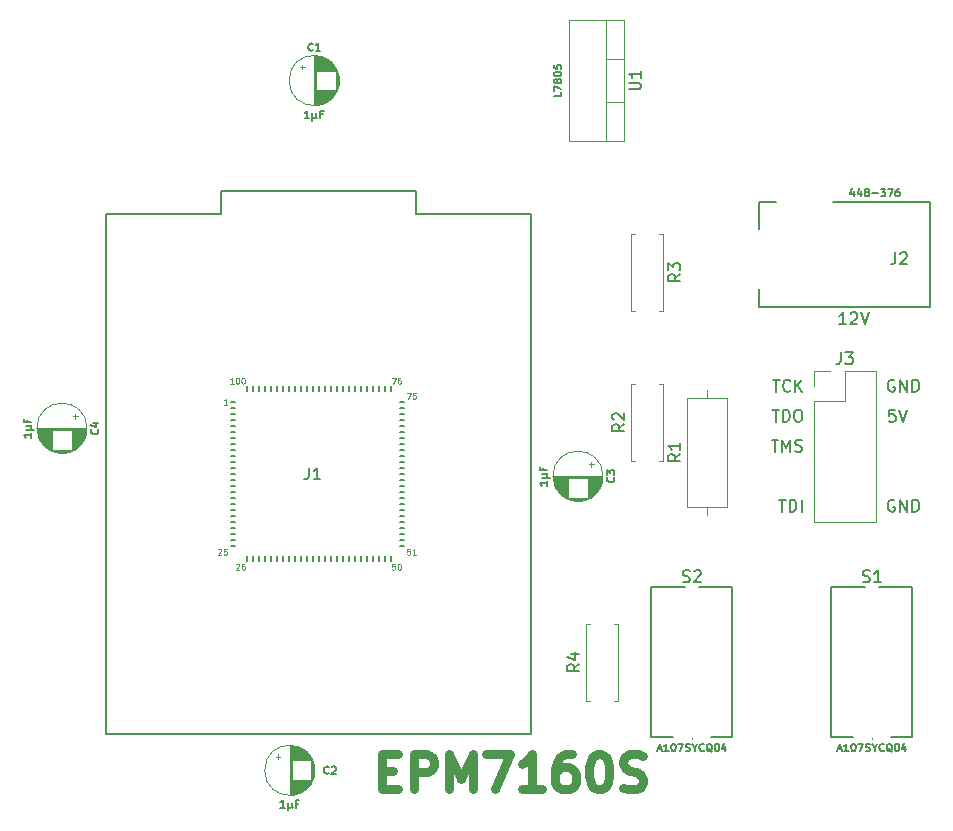
<source format=gto>
%TF.GenerationSoftware,KiCad,Pcbnew,8.0.7*%
%TF.CreationDate,2025-02-09T12:32:43+02:00*%
%TF.ProjectId,EPM7160S Programmer,45504d37-3136-4305-9320-50726f677261,V0*%
%TF.SameCoordinates,Original*%
%TF.FileFunction,Legend,Top*%
%TF.FilePolarity,Positive*%
%FSLAX46Y46*%
G04 Gerber Fmt 4.6, Leading zero omitted, Abs format (unit mm)*
G04 Created by KiCad (PCBNEW 8.0.7) date 2025-02-09 12:32:43*
%MOMM*%
%LPD*%
G01*
G04 APERTURE LIST*
%ADD10C,0.200000*%
%ADD11C,0.750000*%
%ADD12C,0.150000*%
%ADD13C,0.100000*%
%ADD14C,0.120000*%
G04 APERTURE END LIST*
D10*
X60535863Y-7580219D02*
X60059673Y-7580219D01*
X60059673Y-7580219D02*
X60012054Y-8056409D01*
X60012054Y-8056409D02*
X60059673Y-8008790D01*
X60059673Y-8008790D02*
X60154911Y-7961171D01*
X60154911Y-7961171D02*
X60393006Y-7961171D01*
X60393006Y-7961171D02*
X60488244Y-8008790D01*
X60488244Y-8008790D02*
X60535863Y-8056409D01*
X60535863Y-8056409D02*
X60583482Y-8151647D01*
X60583482Y-8151647D02*
X60583482Y-8389742D01*
X60583482Y-8389742D02*
X60535863Y-8484980D01*
X60535863Y-8484980D02*
X60488244Y-8532600D01*
X60488244Y-8532600D02*
X60393006Y-8580219D01*
X60393006Y-8580219D02*
X60154911Y-8580219D01*
X60154911Y-8580219D02*
X60059673Y-8532600D01*
X60059673Y-8532600D02*
X60012054Y-8484980D01*
X60869197Y-7580219D02*
X61202530Y-8580219D01*
X61202530Y-8580219D02*
X61535863Y-7580219D01*
X50721566Y-15183219D02*
X51292994Y-15183219D01*
X51007280Y-16183219D02*
X51007280Y-15183219D01*
X51626328Y-16183219D02*
X51626328Y-15183219D01*
X51626328Y-15183219D02*
X51864423Y-15183219D01*
X51864423Y-15183219D02*
X52007280Y-15230838D01*
X52007280Y-15230838D02*
X52102518Y-15326076D01*
X52102518Y-15326076D02*
X52150137Y-15421314D01*
X52150137Y-15421314D02*
X52197756Y-15611790D01*
X52197756Y-15611790D02*
X52197756Y-15754647D01*
X52197756Y-15754647D02*
X52150137Y-15945123D01*
X52150137Y-15945123D02*
X52102518Y-16040361D01*
X52102518Y-16040361D02*
X52007280Y-16135600D01*
X52007280Y-16135600D02*
X51864423Y-16183219D01*
X51864423Y-16183219D02*
X51626328Y-16183219D01*
X52626328Y-16183219D02*
X52626328Y-15183219D01*
D11*
X17066999Y-38131428D02*
X18066999Y-38131428D01*
X18495571Y-39702857D02*
X17066999Y-39702857D01*
X17066999Y-39702857D02*
X17066999Y-36702857D01*
X17066999Y-36702857D02*
X18495571Y-36702857D01*
X19781285Y-39702857D02*
X19781285Y-36702857D01*
X19781285Y-36702857D02*
X20924142Y-36702857D01*
X20924142Y-36702857D02*
X21209857Y-36845714D01*
X21209857Y-36845714D02*
X21352714Y-36988571D01*
X21352714Y-36988571D02*
X21495571Y-37274285D01*
X21495571Y-37274285D02*
X21495571Y-37702857D01*
X21495571Y-37702857D02*
X21352714Y-37988571D01*
X21352714Y-37988571D02*
X21209857Y-38131428D01*
X21209857Y-38131428D02*
X20924142Y-38274285D01*
X20924142Y-38274285D02*
X19781285Y-38274285D01*
X22781285Y-39702857D02*
X22781285Y-36702857D01*
X22781285Y-36702857D02*
X23781285Y-38845714D01*
X23781285Y-38845714D02*
X24781285Y-36702857D01*
X24781285Y-36702857D02*
X24781285Y-39702857D01*
X25924142Y-36702857D02*
X27924142Y-36702857D01*
X27924142Y-36702857D02*
X26638428Y-39702857D01*
X30638428Y-39702857D02*
X28924142Y-39702857D01*
X29781285Y-39702857D02*
X29781285Y-36702857D01*
X29781285Y-36702857D02*
X29495571Y-37131428D01*
X29495571Y-37131428D02*
X29209856Y-37417142D01*
X29209856Y-37417142D02*
X28924142Y-37560000D01*
X33209857Y-36702857D02*
X32638428Y-36702857D01*
X32638428Y-36702857D02*
X32352714Y-36845714D01*
X32352714Y-36845714D02*
X32209857Y-36988571D01*
X32209857Y-36988571D02*
X31924142Y-37417142D01*
X31924142Y-37417142D02*
X31781285Y-37988571D01*
X31781285Y-37988571D02*
X31781285Y-39131428D01*
X31781285Y-39131428D02*
X31924142Y-39417142D01*
X31924142Y-39417142D02*
X32066999Y-39560000D01*
X32066999Y-39560000D02*
X32352714Y-39702857D01*
X32352714Y-39702857D02*
X32924142Y-39702857D01*
X32924142Y-39702857D02*
X33209857Y-39560000D01*
X33209857Y-39560000D02*
X33352714Y-39417142D01*
X33352714Y-39417142D02*
X33495571Y-39131428D01*
X33495571Y-39131428D02*
X33495571Y-38417142D01*
X33495571Y-38417142D02*
X33352714Y-38131428D01*
X33352714Y-38131428D02*
X33209857Y-37988571D01*
X33209857Y-37988571D02*
X32924142Y-37845714D01*
X32924142Y-37845714D02*
X32352714Y-37845714D01*
X32352714Y-37845714D02*
X32066999Y-37988571D01*
X32066999Y-37988571D02*
X31924142Y-38131428D01*
X31924142Y-38131428D02*
X31781285Y-38417142D01*
X35352714Y-36702857D02*
X35638428Y-36702857D01*
X35638428Y-36702857D02*
X35924142Y-36845714D01*
X35924142Y-36845714D02*
X36067000Y-36988571D01*
X36067000Y-36988571D02*
X36209857Y-37274285D01*
X36209857Y-37274285D02*
X36352714Y-37845714D01*
X36352714Y-37845714D02*
X36352714Y-38560000D01*
X36352714Y-38560000D02*
X36209857Y-39131428D01*
X36209857Y-39131428D02*
X36067000Y-39417142D01*
X36067000Y-39417142D02*
X35924142Y-39560000D01*
X35924142Y-39560000D02*
X35638428Y-39702857D01*
X35638428Y-39702857D02*
X35352714Y-39702857D01*
X35352714Y-39702857D02*
X35067000Y-39560000D01*
X35067000Y-39560000D02*
X34924142Y-39417142D01*
X34924142Y-39417142D02*
X34781285Y-39131428D01*
X34781285Y-39131428D02*
X34638428Y-38560000D01*
X34638428Y-38560000D02*
X34638428Y-37845714D01*
X34638428Y-37845714D02*
X34781285Y-37274285D01*
X34781285Y-37274285D02*
X34924142Y-36988571D01*
X34924142Y-36988571D02*
X35067000Y-36845714D01*
X35067000Y-36845714D02*
X35352714Y-36702857D01*
X37495571Y-39560000D02*
X37924143Y-39702857D01*
X37924143Y-39702857D02*
X38638428Y-39702857D01*
X38638428Y-39702857D02*
X38924143Y-39560000D01*
X38924143Y-39560000D02*
X39067000Y-39417142D01*
X39067000Y-39417142D02*
X39209857Y-39131428D01*
X39209857Y-39131428D02*
X39209857Y-38845714D01*
X39209857Y-38845714D02*
X39067000Y-38560000D01*
X39067000Y-38560000D02*
X38924143Y-38417142D01*
X38924143Y-38417142D02*
X38638428Y-38274285D01*
X38638428Y-38274285D02*
X38067000Y-38131428D01*
X38067000Y-38131428D02*
X37781285Y-37988571D01*
X37781285Y-37988571D02*
X37638428Y-37845714D01*
X37638428Y-37845714D02*
X37495571Y-37560000D01*
X37495571Y-37560000D02*
X37495571Y-37274285D01*
X37495571Y-37274285D02*
X37638428Y-36988571D01*
X37638428Y-36988571D02*
X37781285Y-36845714D01*
X37781285Y-36845714D02*
X38067000Y-36702857D01*
X38067000Y-36702857D02*
X38781285Y-36702857D01*
X38781285Y-36702857D02*
X39209857Y-36845714D01*
D10*
X50197756Y-5023219D02*
X50769184Y-5023219D01*
X50483470Y-6023219D02*
X50483470Y-5023219D01*
X51673946Y-5927980D02*
X51626327Y-5975600D01*
X51626327Y-5975600D02*
X51483470Y-6023219D01*
X51483470Y-6023219D02*
X51388232Y-6023219D01*
X51388232Y-6023219D02*
X51245375Y-5975600D01*
X51245375Y-5975600D02*
X51150137Y-5880361D01*
X51150137Y-5880361D02*
X51102518Y-5785123D01*
X51102518Y-5785123D02*
X51054899Y-5594647D01*
X51054899Y-5594647D02*
X51054899Y-5451790D01*
X51054899Y-5451790D02*
X51102518Y-5261314D01*
X51102518Y-5261314D02*
X51150137Y-5166076D01*
X51150137Y-5166076D02*
X51245375Y-5070838D01*
X51245375Y-5070838D02*
X51388232Y-5023219D01*
X51388232Y-5023219D02*
X51483470Y-5023219D01*
X51483470Y-5023219D02*
X51626327Y-5070838D01*
X51626327Y-5070838D02*
X51673946Y-5118457D01*
X52102518Y-6023219D02*
X52102518Y-5023219D01*
X52673946Y-6023219D02*
X52245375Y-5451790D01*
X52673946Y-5023219D02*
X52102518Y-5594647D01*
X56403952Y-325219D02*
X55832524Y-325219D01*
X56118238Y-325219D02*
X56118238Y674780D01*
X56118238Y674780D02*
X56023000Y531923D01*
X56023000Y531923D02*
X55927762Y436685D01*
X55927762Y436685D02*
X55832524Y389066D01*
X56784905Y579542D02*
X56832524Y627161D01*
X56832524Y627161D02*
X56927762Y674780D01*
X56927762Y674780D02*
X57165857Y674780D01*
X57165857Y674780D02*
X57261095Y627161D01*
X57261095Y627161D02*
X57308714Y579542D01*
X57308714Y579542D02*
X57356333Y484304D01*
X57356333Y484304D02*
X57356333Y389066D01*
X57356333Y389066D02*
X57308714Y246209D01*
X57308714Y246209D02*
X56737286Y-325219D01*
X56737286Y-325219D02*
X57356333Y-325219D01*
X57642048Y674780D02*
X57975381Y-325219D01*
X57975381Y-325219D02*
X58308714Y674780D01*
X50102518Y-10103219D02*
X50673946Y-10103219D01*
X50388232Y-11103219D02*
X50388232Y-10103219D01*
X51007280Y-11103219D02*
X51007280Y-10103219D01*
X51007280Y-10103219D02*
X51340613Y-10817504D01*
X51340613Y-10817504D02*
X51673946Y-10103219D01*
X51673946Y-10103219D02*
X51673946Y-11103219D01*
X52102518Y-11055600D02*
X52245375Y-11103219D01*
X52245375Y-11103219D02*
X52483470Y-11103219D01*
X52483470Y-11103219D02*
X52578708Y-11055600D01*
X52578708Y-11055600D02*
X52626327Y-11007980D01*
X52626327Y-11007980D02*
X52673946Y-10912742D01*
X52673946Y-10912742D02*
X52673946Y-10817504D01*
X52673946Y-10817504D02*
X52626327Y-10722266D01*
X52626327Y-10722266D02*
X52578708Y-10674647D01*
X52578708Y-10674647D02*
X52483470Y-10627028D01*
X52483470Y-10627028D02*
X52292994Y-10579409D01*
X52292994Y-10579409D02*
X52197756Y-10531790D01*
X52197756Y-10531790D02*
X52150137Y-10484171D01*
X52150137Y-10484171D02*
X52102518Y-10388933D01*
X52102518Y-10388933D02*
X52102518Y-10293695D01*
X52102518Y-10293695D02*
X52150137Y-10198457D01*
X52150137Y-10198457D02*
X52197756Y-10150838D01*
X52197756Y-10150838D02*
X52292994Y-10103219D01*
X52292994Y-10103219D02*
X52531089Y-10103219D01*
X52531089Y-10103219D02*
X52673946Y-10150838D01*
X60493483Y-5070838D02*
X60398245Y-5023219D01*
X60398245Y-5023219D02*
X60255388Y-5023219D01*
X60255388Y-5023219D02*
X60112531Y-5070838D01*
X60112531Y-5070838D02*
X60017293Y-5166076D01*
X60017293Y-5166076D02*
X59969674Y-5261314D01*
X59969674Y-5261314D02*
X59922055Y-5451790D01*
X59922055Y-5451790D02*
X59922055Y-5594647D01*
X59922055Y-5594647D02*
X59969674Y-5785123D01*
X59969674Y-5785123D02*
X60017293Y-5880361D01*
X60017293Y-5880361D02*
X60112531Y-5975600D01*
X60112531Y-5975600D02*
X60255388Y-6023219D01*
X60255388Y-6023219D02*
X60350626Y-6023219D01*
X60350626Y-6023219D02*
X60493483Y-5975600D01*
X60493483Y-5975600D02*
X60541102Y-5927980D01*
X60541102Y-5927980D02*
X60541102Y-5594647D01*
X60541102Y-5594647D02*
X60350626Y-5594647D01*
X60969674Y-6023219D02*
X60969674Y-5023219D01*
X60969674Y-5023219D02*
X61541102Y-6023219D01*
X61541102Y-6023219D02*
X61541102Y-5023219D01*
X62017293Y-6023219D02*
X62017293Y-5023219D01*
X62017293Y-5023219D02*
X62255388Y-5023219D01*
X62255388Y-5023219D02*
X62398245Y-5070838D01*
X62398245Y-5070838D02*
X62493483Y-5166076D01*
X62493483Y-5166076D02*
X62541102Y-5261314D01*
X62541102Y-5261314D02*
X62588721Y-5451790D01*
X62588721Y-5451790D02*
X62588721Y-5594647D01*
X62588721Y-5594647D02*
X62541102Y-5785123D01*
X62541102Y-5785123D02*
X62493483Y-5880361D01*
X62493483Y-5880361D02*
X62398245Y-5975600D01*
X62398245Y-5975600D02*
X62255388Y-6023219D01*
X62255388Y-6023219D02*
X62017293Y-6023219D01*
X50150137Y-7563219D02*
X50721565Y-7563219D01*
X50435851Y-8563219D02*
X50435851Y-7563219D01*
X51054899Y-8563219D02*
X51054899Y-7563219D01*
X51054899Y-7563219D02*
X51292994Y-7563219D01*
X51292994Y-7563219D02*
X51435851Y-7610838D01*
X51435851Y-7610838D02*
X51531089Y-7706076D01*
X51531089Y-7706076D02*
X51578708Y-7801314D01*
X51578708Y-7801314D02*
X51626327Y-7991790D01*
X51626327Y-7991790D02*
X51626327Y-8134647D01*
X51626327Y-8134647D02*
X51578708Y-8325123D01*
X51578708Y-8325123D02*
X51531089Y-8420361D01*
X51531089Y-8420361D02*
X51435851Y-8515600D01*
X51435851Y-8515600D02*
X51292994Y-8563219D01*
X51292994Y-8563219D02*
X51054899Y-8563219D01*
X52245375Y-7563219D02*
X52435851Y-7563219D01*
X52435851Y-7563219D02*
X52531089Y-7610838D01*
X52531089Y-7610838D02*
X52626327Y-7706076D01*
X52626327Y-7706076D02*
X52673946Y-7896552D01*
X52673946Y-7896552D02*
X52673946Y-8229885D01*
X52673946Y-8229885D02*
X52626327Y-8420361D01*
X52626327Y-8420361D02*
X52531089Y-8515600D01*
X52531089Y-8515600D02*
X52435851Y-8563219D01*
X52435851Y-8563219D02*
X52245375Y-8563219D01*
X52245375Y-8563219D02*
X52150137Y-8515600D01*
X52150137Y-8515600D02*
X52054899Y-8420361D01*
X52054899Y-8420361D02*
X52007280Y-8229885D01*
X52007280Y-8229885D02*
X52007280Y-7896552D01*
X52007280Y-7896552D02*
X52054899Y-7706076D01*
X52054899Y-7706076D02*
X52150137Y-7610838D01*
X52150137Y-7610838D02*
X52245375Y-7563219D01*
X60493483Y-15230838D02*
X60398245Y-15183219D01*
X60398245Y-15183219D02*
X60255388Y-15183219D01*
X60255388Y-15183219D02*
X60112531Y-15230838D01*
X60112531Y-15230838D02*
X60017293Y-15326076D01*
X60017293Y-15326076D02*
X59969674Y-15421314D01*
X59969674Y-15421314D02*
X59922055Y-15611790D01*
X59922055Y-15611790D02*
X59922055Y-15754647D01*
X59922055Y-15754647D02*
X59969674Y-15945123D01*
X59969674Y-15945123D02*
X60017293Y-16040361D01*
X60017293Y-16040361D02*
X60112531Y-16135600D01*
X60112531Y-16135600D02*
X60255388Y-16183219D01*
X60255388Y-16183219D02*
X60350626Y-16183219D01*
X60350626Y-16183219D02*
X60493483Y-16135600D01*
X60493483Y-16135600D02*
X60541102Y-16087980D01*
X60541102Y-16087980D02*
X60541102Y-15754647D01*
X60541102Y-15754647D02*
X60350626Y-15754647D01*
X60969674Y-16183219D02*
X60969674Y-15183219D01*
X60969674Y-15183219D02*
X61541102Y-16183219D01*
X61541102Y-16183219D02*
X61541102Y-15183219D01*
X62017293Y-16183219D02*
X62017293Y-15183219D01*
X62017293Y-15183219D02*
X62255388Y-15183219D01*
X62255388Y-15183219D02*
X62398245Y-15230838D01*
X62398245Y-15230838D02*
X62493483Y-15326076D01*
X62493483Y-15326076D02*
X62541102Y-15421314D01*
X62541102Y-15421314D02*
X62588721Y-15611790D01*
X62588721Y-15611790D02*
X62588721Y-15754647D01*
X62588721Y-15754647D02*
X62541102Y-15945123D01*
X62541102Y-15945123D02*
X62493483Y-16040361D01*
X62493483Y-16040361D02*
X62398245Y-16135600D01*
X62398245Y-16135600D02*
X62255388Y-16183219D01*
X62255388Y-16183219D02*
X62017293Y-16183219D01*
D12*
X11250166Y22888513D02*
X11219928Y22858275D01*
X11219928Y22858275D02*
X11129214Y22828036D01*
X11129214Y22828036D02*
X11068738Y22828036D01*
X11068738Y22828036D02*
X10978023Y22858275D01*
X10978023Y22858275D02*
X10917547Y22918751D01*
X10917547Y22918751D02*
X10887309Y22979227D01*
X10887309Y22979227D02*
X10857071Y23100179D01*
X10857071Y23100179D02*
X10857071Y23190894D01*
X10857071Y23190894D02*
X10887309Y23311846D01*
X10887309Y23311846D02*
X10917547Y23372322D01*
X10917547Y23372322D02*
X10978023Y23432798D01*
X10978023Y23432798D02*
X11068738Y23463036D01*
X11068738Y23463036D02*
X11129214Y23463036D01*
X11129214Y23463036D02*
X11219928Y23432798D01*
X11219928Y23432798D02*
X11250166Y23402560D01*
X11854928Y22828036D02*
X11492071Y22828036D01*
X11673499Y22828036D02*
X11673499Y23463036D01*
X11673499Y23463036D02*
X11613023Y23372322D01*
X11613023Y23372322D02*
X11552547Y23311846D01*
X11552547Y23311846D02*
X11492071Y23281608D01*
X10932666Y17138436D02*
X10569809Y17138436D01*
X10751237Y17138436D02*
X10751237Y17773436D01*
X10751237Y17773436D02*
X10690761Y17682722D01*
X10690761Y17682722D02*
X10630285Y17622246D01*
X10630285Y17622246D02*
X10569809Y17592008D01*
X11204809Y17561770D02*
X11204809Y16926770D01*
X11507190Y17229151D02*
X11537428Y17168675D01*
X11537428Y17168675D02*
X11597904Y17138436D01*
X11204809Y17229151D02*
X11235047Y17168675D01*
X11235047Y17168675D02*
X11295523Y17138436D01*
X11295523Y17138436D02*
X11416476Y17138436D01*
X11416476Y17138436D02*
X11476952Y17168675D01*
X11476952Y17168675D02*
X11507190Y17229151D01*
X11507190Y17229151D02*
X11507190Y17561770D01*
X12081714Y17471055D02*
X11870047Y17471055D01*
X11870047Y17138436D02*
X11870047Y17773436D01*
X11870047Y17773436D02*
X12172428Y17773436D01*
X33808819Y-29105666D02*
X33332628Y-29438999D01*
X33808819Y-29677094D02*
X32808819Y-29677094D01*
X32808819Y-29677094D02*
X32808819Y-29296142D01*
X32808819Y-29296142D02*
X32856438Y-29200904D01*
X32856438Y-29200904D02*
X32904057Y-29153285D01*
X32904057Y-29153285D02*
X32999295Y-29105666D01*
X32999295Y-29105666D02*
X33142152Y-29105666D01*
X33142152Y-29105666D02*
X33237390Y-29153285D01*
X33237390Y-29153285D02*
X33285009Y-29200904D01*
X33285009Y-29200904D02*
X33332628Y-29296142D01*
X33332628Y-29296142D02*
X33332628Y-29677094D01*
X33142152Y-28248523D02*
X33808819Y-28248523D01*
X32761200Y-28486618D02*
X33475485Y-28724713D01*
X33475485Y-28724713D02*
X33475485Y-28105666D01*
D10*
X60550466Y5754780D02*
X60550466Y5040495D01*
X60550466Y5040495D02*
X60502847Y4897638D01*
X60502847Y4897638D02*
X60407609Y4802400D01*
X60407609Y4802400D02*
X60264752Y4754780D01*
X60264752Y4754780D02*
X60169514Y4754780D01*
X60979038Y5659542D02*
X61026657Y5707161D01*
X61026657Y5707161D02*
X61121895Y5754780D01*
X61121895Y5754780D02*
X61359990Y5754780D01*
X61359990Y5754780D02*
X61455228Y5707161D01*
X61455228Y5707161D02*
X61502847Y5659542D01*
X61502847Y5659542D02*
X61550466Y5564304D01*
X61550466Y5564304D02*
X61550466Y5469066D01*
X61550466Y5469066D02*
X61502847Y5326209D01*
X61502847Y5326209D02*
X60931419Y4754780D01*
X60931419Y4754780D02*
X61550466Y4754780D01*
D12*
X57067752Y10932370D02*
X57067752Y10509036D01*
X56916561Y11174275D02*
X56765371Y10720703D01*
X56765371Y10720703D02*
X57158466Y10720703D01*
X57672514Y10932370D02*
X57672514Y10509036D01*
X57521323Y11174275D02*
X57370133Y10720703D01*
X57370133Y10720703D02*
X57763228Y10720703D01*
X58095847Y10871894D02*
X58035371Y10902132D01*
X58035371Y10902132D02*
X58005133Y10932370D01*
X58005133Y10932370D02*
X57974895Y10992846D01*
X57974895Y10992846D02*
X57974895Y11023084D01*
X57974895Y11023084D02*
X58005133Y11083560D01*
X58005133Y11083560D02*
X58035371Y11113798D01*
X58035371Y11113798D02*
X58095847Y11144036D01*
X58095847Y11144036D02*
X58216800Y11144036D01*
X58216800Y11144036D02*
X58277276Y11113798D01*
X58277276Y11113798D02*
X58307514Y11083560D01*
X58307514Y11083560D02*
X58337752Y11023084D01*
X58337752Y11023084D02*
X58337752Y10992846D01*
X58337752Y10992846D02*
X58307514Y10932370D01*
X58307514Y10932370D02*
X58277276Y10902132D01*
X58277276Y10902132D02*
X58216800Y10871894D01*
X58216800Y10871894D02*
X58095847Y10871894D01*
X58095847Y10871894D02*
X58035371Y10841655D01*
X58035371Y10841655D02*
X58005133Y10811417D01*
X58005133Y10811417D02*
X57974895Y10750941D01*
X57974895Y10750941D02*
X57974895Y10629989D01*
X57974895Y10629989D02*
X58005133Y10569513D01*
X58005133Y10569513D02*
X58035371Y10539275D01*
X58035371Y10539275D02*
X58095847Y10509036D01*
X58095847Y10509036D02*
X58216800Y10509036D01*
X58216800Y10509036D02*
X58277276Y10539275D01*
X58277276Y10539275D02*
X58307514Y10569513D01*
X58307514Y10569513D02*
X58337752Y10629989D01*
X58337752Y10629989D02*
X58337752Y10750941D01*
X58337752Y10750941D02*
X58307514Y10811417D01*
X58307514Y10811417D02*
X58277276Y10841655D01*
X58277276Y10841655D02*
X58216800Y10871894D01*
X58609895Y10750941D02*
X59093705Y10750941D01*
X59335609Y11144036D02*
X59728704Y11144036D01*
X59728704Y11144036D02*
X59517037Y10902132D01*
X59517037Y10902132D02*
X59607752Y10902132D01*
X59607752Y10902132D02*
X59668228Y10871894D01*
X59668228Y10871894D02*
X59698466Y10841655D01*
X59698466Y10841655D02*
X59728704Y10781179D01*
X59728704Y10781179D02*
X59728704Y10629989D01*
X59728704Y10629989D02*
X59698466Y10569513D01*
X59698466Y10569513D02*
X59668228Y10539275D01*
X59668228Y10539275D02*
X59607752Y10509036D01*
X59607752Y10509036D02*
X59426323Y10509036D01*
X59426323Y10509036D02*
X59365847Y10539275D01*
X59365847Y10539275D02*
X59335609Y10569513D01*
X59940371Y11144036D02*
X60363704Y11144036D01*
X60363704Y11144036D02*
X60091561Y10509036D01*
X60877752Y11144036D02*
X60756799Y11144036D01*
X60756799Y11144036D02*
X60696323Y11113798D01*
X60696323Y11113798D02*
X60666085Y11083560D01*
X60666085Y11083560D02*
X60605609Y10992846D01*
X60605609Y10992846D02*
X60575371Y10871894D01*
X60575371Y10871894D02*
X60575371Y10629989D01*
X60575371Y10629989D02*
X60605609Y10569513D01*
X60605609Y10569513D02*
X60635847Y10539275D01*
X60635847Y10539275D02*
X60696323Y10509036D01*
X60696323Y10509036D02*
X60817276Y10509036D01*
X60817276Y10509036D02*
X60877752Y10539275D01*
X60877752Y10539275D02*
X60907990Y10569513D01*
X60907990Y10569513D02*
X60938228Y10629989D01*
X60938228Y10629989D02*
X60938228Y10781179D01*
X60938228Y10781179D02*
X60907990Y10841655D01*
X60907990Y10841655D02*
X60877752Y10871894D01*
X60877752Y10871894D02*
X60817276Y10902132D01*
X60817276Y10902132D02*
X60696323Y10902132D01*
X60696323Y10902132D02*
X60635847Y10871894D01*
X60635847Y10871894D02*
X60605609Y10841655D01*
X60605609Y10841655D02*
X60575371Y10781179D01*
D10*
X42582095Y-22104600D02*
X42724952Y-22152219D01*
X42724952Y-22152219D02*
X42963047Y-22152219D01*
X42963047Y-22152219D02*
X43058285Y-22104600D01*
X43058285Y-22104600D02*
X43105904Y-22056980D01*
X43105904Y-22056980D02*
X43153523Y-21961742D01*
X43153523Y-21961742D02*
X43153523Y-21866504D01*
X43153523Y-21866504D02*
X43105904Y-21771266D01*
X43105904Y-21771266D02*
X43058285Y-21723647D01*
X43058285Y-21723647D02*
X42963047Y-21676028D01*
X42963047Y-21676028D02*
X42772571Y-21628409D01*
X42772571Y-21628409D02*
X42677333Y-21580790D01*
X42677333Y-21580790D02*
X42629714Y-21533171D01*
X42629714Y-21533171D02*
X42582095Y-21437933D01*
X42582095Y-21437933D02*
X42582095Y-21342695D01*
X42582095Y-21342695D02*
X42629714Y-21247457D01*
X42629714Y-21247457D02*
X42677333Y-21199838D01*
X42677333Y-21199838D02*
X42772571Y-21152219D01*
X42772571Y-21152219D02*
X43010666Y-21152219D01*
X43010666Y-21152219D02*
X43153523Y-21199838D01*
X43534476Y-21247457D02*
X43582095Y-21199838D01*
X43582095Y-21199838D02*
X43677333Y-21152219D01*
X43677333Y-21152219D02*
X43915428Y-21152219D01*
X43915428Y-21152219D02*
X44010666Y-21199838D01*
X44010666Y-21199838D02*
X44058285Y-21247457D01*
X44058285Y-21247457D02*
X44105904Y-21342695D01*
X44105904Y-21342695D02*
X44105904Y-21437933D01*
X44105904Y-21437933D02*
X44058285Y-21580790D01*
X44058285Y-21580790D02*
X43486857Y-22152219D01*
X43486857Y-22152219D02*
X44105904Y-22152219D01*
D12*
X40456261Y-36282534D02*
X40758642Y-36282534D01*
X40395785Y-36463963D02*
X40607451Y-35828963D01*
X40607451Y-35828963D02*
X40819118Y-36463963D01*
X41363404Y-36463963D02*
X41000547Y-36463963D01*
X41181975Y-36463963D02*
X41181975Y-35828963D01*
X41181975Y-35828963D02*
X41121499Y-35919677D01*
X41121499Y-35919677D02*
X41061023Y-35980153D01*
X41061023Y-35980153D02*
X41000547Y-36010391D01*
X41756499Y-35828963D02*
X41816976Y-35828963D01*
X41816976Y-35828963D02*
X41877452Y-35859201D01*
X41877452Y-35859201D02*
X41907690Y-35889439D01*
X41907690Y-35889439D02*
X41937928Y-35949915D01*
X41937928Y-35949915D02*
X41968166Y-36070867D01*
X41968166Y-36070867D02*
X41968166Y-36222058D01*
X41968166Y-36222058D02*
X41937928Y-36343010D01*
X41937928Y-36343010D02*
X41907690Y-36403486D01*
X41907690Y-36403486D02*
X41877452Y-36433725D01*
X41877452Y-36433725D02*
X41816976Y-36463963D01*
X41816976Y-36463963D02*
X41756499Y-36463963D01*
X41756499Y-36463963D02*
X41696023Y-36433725D01*
X41696023Y-36433725D02*
X41665785Y-36403486D01*
X41665785Y-36403486D02*
X41635547Y-36343010D01*
X41635547Y-36343010D02*
X41605309Y-36222058D01*
X41605309Y-36222058D02*
X41605309Y-36070867D01*
X41605309Y-36070867D02*
X41635547Y-35949915D01*
X41635547Y-35949915D02*
X41665785Y-35889439D01*
X41665785Y-35889439D02*
X41696023Y-35859201D01*
X41696023Y-35859201D02*
X41756499Y-35828963D01*
X42179833Y-35828963D02*
X42603166Y-35828963D01*
X42603166Y-35828963D02*
X42331023Y-36463963D01*
X42814833Y-36433725D02*
X42905547Y-36463963D01*
X42905547Y-36463963D02*
X43056738Y-36463963D01*
X43056738Y-36463963D02*
X43117214Y-36433725D01*
X43117214Y-36433725D02*
X43147452Y-36403486D01*
X43147452Y-36403486D02*
X43177690Y-36343010D01*
X43177690Y-36343010D02*
X43177690Y-36282534D01*
X43177690Y-36282534D02*
X43147452Y-36222058D01*
X43147452Y-36222058D02*
X43117214Y-36191820D01*
X43117214Y-36191820D02*
X43056738Y-36161582D01*
X43056738Y-36161582D02*
X42935785Y-36131344D01*
X42935785Y-36131344D02*
X42875309Y-36101105D01*
X42875309Y-36101105D02*
X42845071Y-36070867D01*
X42845071Y-36070867D02*
X42814833Y-36010391D01*
X42814833Y-36010391D02*
X42814833Y-35949915D01*
X42814833Y-35949915D02*
X42845071Y-35889439D01*
X42845071Y-35889439D02*
X42875309Y-35859201D01*
X42875309Y-35859201D02*
X42935785Y-35828963D01*
X42935785Y-35828963D02*
X43086976Y-35828963D01*
X43086976Y-35828963D02*
X43177690Y-35859201D01*
X43570785Y-36161582D02*
X43570785Y-36463963D01*
X43359119Y-35828963D02*
X43570785Y-36161582D01*
X43570785Y-36161582D02*
X43782452Y-35828963D01*
X44356976Y-36403486D02*
X44326738Y-36433725D01*
X44326738Y-36433725D02*
X44236024Y-36463963D01*
X44236024Y-36463963D02*
X44175548Y-36463963D01*
X44175548Y-36463963D02*
X44084833Y-36433725D01*
X44084833Y-36433725D02*
X44024357Y-36373248D01*
X44024357Y-36373248D02*
X43994119Y-36312772D01*
X43994119Y-36312772D02*
X43963881Y-36191820D01*
X43963881Y-36191820D02*
X43963881Y-36101105D01*
X43963881Y-36101105D02*
X43994119Y-35980153D01*
X43994119Y-35980153D02*
X44024357Y-35919677D01*
X44024357Y-35919677D02*
X44084833Y-35859201D01*
X44084833Y-35859201D02*
X44175548Y-35828963D01*
X44175548Y-35828963D02*
X44236024Y-35828963D01*
X44236024Y-35828963D02*
X44326738Y-35859201D01*
X44326738Y-35859201D02*
X44356976Y-35889439D01*
X45052452Y-36524439D02*
X44991976Y-36494201D01*
X44991976Y-36494201D02*
X44931500Y-36433725D01*
X44931500Y-36433725D02*
X44840786Y-36343010D01*
X44840786Y-36343010D02*
X44780309Y-36312772D01*
X44780309Y-36312772D02*
X44719833Y-36312772D01*
X44750071Y-36463963D02*
X44689595Y-36433725D01*
X44689595Y-36433725D02*
X44629119Y-36373248D01*
X44629119Y-36373248D02*
X44598881Y-36252296D01*
X44598881Y-36252296D02*
X44598881Y-36040629D01*
X44598881Y-36040629D02*
X44629119Y-35919677D01*
X44629119Y-35919677D02*
X44689595Y-35859201D01*
X44689595Y-35859201D02*
X44750071Y-35828963D01*
X44750071Y-35828963D02*
X44871024Y-35828963D01*
X44871024Y-35828963D02*
X44931500Y-35859201D01*
X44931500Y-35859201D02*
X44991976Y-35919677D01*
X44991976Y-35919677D02*
X45022214Y-36040629D01*
X45022214Y-36040629D02*
X45022214Y-36252296D01*
X45022214Y-36252296D02*
X44991976Y-36373248D01*
X44991976Y-36373248D02*
X44931500Y-36433725D01*
X44931500Y-36433725D02*
X44871024Y-36463963D01*
X44871024Y-36463963D02*
X44750071Y-36463963D01*
X45415309Y-35828963D02*
X45475786Y-35828963D01*
X45475786Y-35828963D02*
X45536262Y-35859201D01*
X45536262Y-35859201D02*
X45566500Y-35889439D01*
X45566500Y-35889439D02*
X45596738Y-35949915D01*
X45596738Y-35949915D02*
X45626976Y-36070867D01*
X45626976Y-36070867D02*
X45626976Y-36222058D01*
X45626976Y-36222058D02*
X45596738Y-36343010D01*
X45596738Y-36343010D02*
X45566500Y-36403486D01*
X45566500Y-36403486D02*
X45536262Y-36433725D01*
X45536262Y-36433725D02*
X45475786Y-36463963D01*
X45475786Y-36463963D02*
X45415309Y-36463963D01*
X45415309Y-36463963D02*
X45354833Y-36433725D01*
X45354833Y-36433725D02*
X45324595Y-36403486D01*
X45324595Y-36403486D02*
X45294357Y-36343010D01*
X45294357Y-36343010D02*
X45264119Y-36222058D01*
X45264119Y-36222058D02*
X45264119Y-36070867D01*
X45264119Y-36070867D02*
X45294357Y-35949915D01*
X45294357Y-35949915D02*
X45324595Y-35889439D01*
X45324595Y-35889439D02*
X45354833Y-35859201D01*
X45354833Y-35859201D02*
X45415309Y-35828963D01*
X46171262Y-36040629D02*
X46171262Y-36463963D01*
X46020071Y-35798725D02*
X45868881Y-36252296D01*
X45868881Y-36252296D02*
X46261976Y-36252296D01*
D10*
X38012219Y19558095D02*
X38821742Y19558095D01*
X38821742Y19558095D02*
X38916980Y19605714D01*
X38916980Y19605714D02*
X38964600Y19653333D01*
X38964600Y19653333D02*
X39012219Y19748571D01*
X39012219Y19748571D02*
X39012219Y19939047D01*
X39012219Y19939047D02*
X38964600Y20034285D01*
X38964600Y20034285D02*
X38916980Y20081904D01*
X38916980Y20081904D02*
X38821742Y20129523D01*
X38821742Y20129523D02*
X38012219Y20129523D01*
X39012219Y21129523D02*
X39012219Y20558095D01*
X39012219Y20843809D02*
X38012219Y20843809D01*
X38012219Y20843809D02*
X38155076Y20748571D01*
X38155076Y20748571D02*
X38250314Y20653333D01*
X38250314Y20653333D02*
X38297933Y20558095D01*
D12*
X32289963Y19307023D02*
X32289963Y19004642D01*
X32289963Y19004642D02*
X31654963Y19004642D01*
X31654963Y19458214D02*
X31654963Y19881547D01*
X31654963Y19881547D02*
X32289963Y19609404D01*
X31927105Y20214166D02*
X31896867Y20153690D01*
X31896867Y20153690D02*
X31866629Y20123452D01*
X31866629Y20123452D02*
X31806153Y20093214D01*
X31806153Y20093214D02*
X31775915Y20093214D01*
X31775915Y20093214D02*
X31715439Y20123452D01*
X31715439Y20123452D02*
X31685201Y20153690D01*
X31685201Y20153690D02*
X31654963Y20214166D01*
X31654963Y20214166D02*
X31654963Y20335119D01*
X31654963Y20335119D02*
X31685201Y20395595D01*
X31685201Y20395595D02*
X31715439Y20425833D01*
X31715439Y20425833D02*
X31775915Y20456071D01*
X31775915Y20456071D02*
X31806153Y20456071D01*
X31806153Y20456071D02*
X31866629Y20425833D01*
X31866629Y20425833D02*
X31896867Y20395595D01*
X31896867Y20395595D02*
X31927105Y20335119D01*
X31927105Y20335119D02*
X31927105Y20214166D01*
X31927105Y20214166D02*
X31957344Y20153690D01*
X31957344Y20153690D02*
X31987582Y20123452D01*
X31987582Y20123452D02*
X32048058Y20093214D01*
X32048058Y20093214D02*
X32169010Y20093214D01*
X32169010Y20093214D02*
X32229486Y20123452D01*
X32229486Y20123452D02*
X32259725Y20153690D01*
X32259725Y20153690D02*
X32289963Y20214166D01*
X32289963Y20214166D02*
X32289963Y20335119D01*
X32289963Y20335119D02*
X32259725Y20395595D01*
X32259725Y20395595D02*
X32229486Y20425833D01*
X32229486Y20425833D02*
X32169010Y20456071D01*
X32169010Y20456071D02*
X32048058Y20456071D01*
X32048058Y20456071D02*
X31987582Y20425833D01*
X31987582Y20425833D02*
X31957344Y20395595D01*
X31957344Y20395595D02*
X31927105Y20335119D01*
X31654963Y20849166D02*
X31654963Y20909643D01*
X31654963Y20909643D02*
X31685201Y20970119D01*
X31685201Y20970119D02*
X31715439Y21000357D01*
X31715439Y21000357D02*
X31775915Y21030595D01*
X31775915Y21030595D02*
X31896867Y21060833D01*
X31896867Y21060833D02*
X32048058Y21060833D01*
X32048058Y21060833D02*
X32169010Y21030595D01*
X32169010Y21030595D02*
X32229486Y21000357D01*
X32229486Y21000357D02*
X32259725Y20970119D01*
X32259725Y20970119D02*
X32289963Y20909643D01*
X32289963Y20909643D02*
X32289963Y20849166D01*
X32289963Y20849166D02*
X32259725Y20788690D01*
X32259725Y20788690D02*
X32229486Y20758452D01*
X32229486Y20758452D02*
X32169010Y20728214D01*
X32169010Y20728214D02*
X32048058Y20697976D01*
X32048058Y20697976D02*
X31896867Y20697976D01*
X31896867Y20697976D02*
X31775915Y20728214D01*
X31775915Y20728214D02*
X31715439Y20758452D01*
X31715439Y20758452D02*
X31685201Y20788690D01*
X31685201Y20788690D02*
X31654963Y20849166D01*
X31654963Y21635357D02*
X31654963Y21332976D01*
X31654963Y21332976D02*
X31957344Y21302738D01*
X31957344Y21302738D02*
X31927105Y21332976D01*
X31927105Y21332976D02*
X31896867Y21393452D01*
X31896867Y21393452D02*
X31896867Y21544643D01*
X31896867Y21544643D02*
X31927105Y21605119D01*
X31927105Y21605119D02*
X31957344Y21635357D01*
X31957344Y21635357D02*
X32017820Y21665595D01*
X32017820Y21665595D02*
X32169010Y21665595D01*
X32169010Y21665595D02*
X32229486Y21635357D01*
X32229486Y21635357D02*
X32259725Y21605119D01*
X32259725Y21605119D02*
X32289963Y21544643D01*
X32289963Y21544643D02*
X32289963Y21393452D01*
X32289963Y21393452D02*
X32259725Y21332976D01*
X32259725Y21332976D02*
X32229486Y21302738D01*
X42348819Y-11325666D02*
X41872628Y-11658999D01*
X42348819Y-11897094D02*
X41348819Y-11897094D01*
X41348819Y-11897094D02*
X41348819Y-11516142D01*
X41348819Y-11516142D02*
X41396438Y-11420904D01*
X41396438Y-11420904D02*
X41444057Y-11373285D01*
X41444057Y-11373285D02*
X41539295Y-11325666D01*
X41539295Y-11325666D02*
X41682152Y-11325666D01*
X41682152Y-11325666D02*
X41777390Y-11373285D01*
X41777390Y-11373285D02*
X41825009Y-11420904D01*
X41825009Y-11420904D02*
X41872628Y-11516142D01*
X41872628Y-11516142D02*
X41872628Y-11897094D01*
X42348819Y-10373285D02*
X42348819Y-10944713D01*
X42348819Y-10658999D02*
X41348819Y-10658999D01*
X41348819Y-10658999D02*
X41491676Y-10754237D01*
X41491676Y-10754237D02*
X41586914Y-10849475D01*
X41586914Y-10849475D02*
X41634533Y-10944713D01*
X36711486Y-13296833D02*
X36741725Y-13327071D01*
X36741725Y-13327071D02*
X36771963Y-13417785D01*
X36771963Y-13417785D02*
X36771963Y-13478261D01*
X36771963Y-13478261D02*
X36741725Y-13568976D01*
X36741725Y-13568976D02*
X36681248Y-13629452D01*
X36681248Y-13629452D02*
X36620772Y-13659690D01*
X36620772Y-13659690D02*
X36499820Y-13689928D01*
X36499820Y-13689928D02*
X36409105Y-13689928D01*
X36409105Y-13689928D02*
X36288153Y-13659690D01*
X36288153Y-13659690D02*
X36227677Y-13629452D01*
X36227677Y-13629452D02*
X36167201Y-13568976D01*
X36167201Y-13568976D02*
X36136963Y-13478261D01*
X36136963Y-13478261D02*
X36136963Y-13417785D01*
X36136963Y-13417785D02*
X36167201Y-13327071D01*
X36167201Y-13327071D02*
X36197439Y-13296833D01*
X36136963Y-13085166D02*
X36136963Y-12692071D01*
X36136963Y-12692071D02*
X36378867Y-12903738D01*
X36378867Y-12903738D02*
X36378867Y-12813023D01*
X36378867Y-12813023D02*
X36409105Y-12752547D01*
X36409105Y-12752547D02*
X36439344Y-12722309D01*
X36439344Y-12722309D02*
X36499820Y-12692071D01*
X36499820Y-12692071D02*
X36651010Y-12692071D01*
X36651010Y-12692071D02*
X36711486Y-12722309D01*
X36711486Y-12722309D02*
X36741725Y-12752547D01*
X36741725Y-12752547D02*
X36771963Y-12813023D01*
X36771963Y-12813023D02*
X36771963Y-12994452D01*
X36771963Y-12994452D02*
X36741725Y-13054928D01*
X36741725Y-13054928D02*
X36711486Y-13085166D01*
X31082363Y-13614333D02*
X31082363Y-13977190D01*
X31082363Y-13795762D02*
X30447363Y-13795762D01*
X30447363Y-13795762D02*
X30538077Y-13856238D01*
X30538077Y-13856238D02*
X30598553Y-13916714D01*
X30598553Y-13916714D02*
X30628791Y-13977190D01*
X30659029Y-13342190D02*
X31294029Y-13342190D01*
X30991648Y-13039809D02*
X31052125Y-13009571D01*
X31052125Y-13009571D02*
X31082363Y-12949095D01*
X30991648Y-13342190D02*
X31052125Y-13311952D01*
X31052125Y-13311952D02*
X31082363Y-13251476D01*
X31082363Y-13251476D02*
X31082363Y-13130523D01*
X31082363Y-13130523D02*
X31052125Y-13070047D01*
X31052125Y-13070047D02*
X30991648Y-13039809D01*
X30991648Y-13039809D02*
X30659029Y-13039809D01*
X30749744Y-12465285D02*
X30749744Y-12676952D01*
X31082363Y-12676952D02*
X30447363Y-12676952D01*
X30447363Y-12676952D02*
X30447363Y-12374571D01*
X55964666Y-2695819D02*
X55964666Y-3410104D01*
X55964666Y-3410104D02*
X55917047Y-3552961D01*
X55917047Y-3552961D02*
X55821809Y-3648200D01*
X55821809Y-3648200D02*
X55678952Y-3695819D01*
X55678952Y-3695819D02*
X55583714Y-3695819D01*
X56345619Y-2695819D02*
X56964666Y-2695819D01*
X56964666Y-2695819D02*
X56631333Y-3076771D01*
X56631333Y-3076771D02*
X56774190Y-3076771D01*
X56774190Y-3076771D02*
X56869428Y-3124390D01*
X56869428Y-3124390D02*
X56917047Y-3172009D01*
X56917047Y-3172009D02*
X56964666Y-3267247D01*
X56964666Y-3267247D02*
X56964666Y-3505342D01*
X56964666Y-3505342D02*
X56917047Y-3600580D01*
X56917047Y-3600580D02*
X56869428Y-3648200D01*
X56869428Y-3648200D02*
X56774190Y-3695819D01*
X56774190Y-3695819D02*
X56488476Y-3695819D01*
X56488476Y-3695819D02*
X56393238Y-3648200D01*
X56393238Y-3648200D02*
X56345619Y-3600580D01*
X37618819Y-8785666D02*
X37142628Y-9118999D01*
X37618819Y-9357094D02*
X36618819Y-9357094D01*
X36618819Y-9357094D02*
X36618819Y-8976142D01*
X36618819Y-8976142D02*
X36666438Y-8880904D01*
X36666438Y-8880904D02*
X36714057Y-8833285D01*
X36714057Y-8833285D02*
X36809295Y-8785666D01*
X36809295Y-8785666D02*
X36952152Y-8785666D01*
X36952152Y-8785666D02*
X37047390Y-8833285D01*
X37047390Y-8833285D02*
X37095009Y-8880904D01*
X37095009Y-8880904D02*
X37142628Y-8976142D01*
X37142628Y-8976142D02*
X37142628Y-9357094D01*
X36714057Y-8404713D02*
X36666438Y-8357094D01*
X36666438Y-8357094D02*
X36618819Y-8261856D01*
X36618819Y-8261856D02*
X36618819Y-8023761D01*
X36618819Y-8023761D02*
X36666438Y-7928523D01*
X36666438Y-7928523D02*
X36714057Y-7880904D01*
X36714057Y-7880904D02*
X36809295Y-7833285D01*
X36809295Y-7833285D02*
X36904533Y-7833285D01*
X36904533Y-7833285D02*
X37047390Y-7880904D01*
X37047390Y-7880904D02*
X37618819Y-8452332D01*
X37618819Y-8452332D02*
X37618819Y-7833285D01*
X42358819Y3914333D02*
X41882628Y3581000D01*
X42358819Y3342905D02*
X41358819Y3342905D01*
X41358819Y3342905D02*
X41358819Y3723857D01*
X41358819Y3723857D02*
X41406438Y3819095D01*
X41406438Y3819095D02*
X41454057Y3866714D01*
X41454057Y3866714D02*
X41549295Y3914333D01*
X41549295Y3914333D02*
X41692152Y3914333D01*
X41692152Y3914333D02*
X41787390Y3866714D01*
X41787390Y3866714D02*
X41835009Y3819095D01*
X41835009Y3819095D02*
X41882628Y3723857D01*
X41882628Y3723857D02*
X41882628Y3342905D01*
X41358819Y4247667D02*
X41358819Y4866714D01*
X41358819Y4866714D02*
X41739771Y4533381D01*
X41739771Y4533381D02*
X41739771Y4676238D01*
X41739771Y4676238D02*
X41787390Y4771476D01*
X41787390Y4771476D02*
X41835009Y4819095D01*
X41835009Y4819095D02*
X41930247Y4866714D01*
X41930247Y4866714D02*
X42168342Y4866714D01*
X42168342Y4866714D02*
X42263580Y4819095D01*
X42263580Y4819095D02*
X42311200Y4771476D01*
X42311200Y4771476D02*
X42358819Y4676238D01*
X42358819Y4676238D02*
X42358819Y4390524D01*
X42358819Y4390524D02*
X42311200Y4295286D01*
X42311200Y4295286D02*
X42263580Y4247667D01*
X10896666Y-12454819D02*
X10896666Y-13169104D01*
X10896666Y-13169104D02*
X10849047Y-13311961D01*
X10849047Y-13311961D02*
X10753809Y-13407200D01*
X10753809Y-13407200D02*
X10610952Y-13454819D01*
X10610952Y-13454819D02*
X10515714Y-13454819D01*
X11896666Y-13454819D02*
X11325238Y-13454819D01*
X11610952Y-13454819D02*
X11610952Y-12454819D01*
X11610952Y-12454819D02*
X11515714Y-12597676D01*
X11515714Y-12597676D02*
X11420476Y-12692914D01*
X11420476Y-12692914D02*
X11325238Y-12740533D01*
D13*
X19484952Y-19330109D02*
X19246857Y-19330109D01*
X19246857Y-19330109D02*
X19223048Y-19568204D01*
X19223048Y-19568204D02*
X19246857Y-19544395D01*
X19246857Y-19544395D02*
X19294476Y-19520585D01*
X19294476Y-19520585D02*
X19413524Y-19520585D01*
X19413524Y-19520585D02*
X19461143Y-19544395D01*
X19461143Y-19544395D02*
X19484952Y-19568204D01*
X19484952Y-19568204D02*
X19508762Y-19615823D01*
X19508762Y-19615823D02*
X19508762Y-19734871D01*
X19508762Y-19734871D02*
X19484952Y-19782490D01*
X19484952Y-19782490D02*
X19461143Y-19806300D01*
X19461143Y-19806300D02*
X19413524Y-19830109D01*
X19413524Y-19830109D02*
X19294476Y-19830109D01*
X19294476Y-19830109D02*
X19246857Y-19806300D01*
X19246857Y-19806300D02*
X19223048Y-19782490D01*
X19984952Y-19830109D02*
X19699238Y-19830109D01*
X19842095Y-19830109D02*
X19842095Y-19330109D01*
X19842095Y-19330109D02*
X19794476Y-19401538D01*
X19794476Y-19401538D02*
X19746857Y-19449157D01*
X19746857Y-19449157D02*
X19699238Y-19472966D01*
X4745048Y-20647728D02*
X4768857Y-20623919D01*
X4768857Y-20623919D02*
X4816476Y-20600109D01*
X4816476Y-20600109D02*
X4935524Y-20600109D01*
X4935524Y-20600109D02*
X4983143Y-20623919D01*
X4983143Y-20623919D02*
X5006952Y-20647728D01*
X5006952Y-20647728D02*
X5030762Y-20695347D01*
X5030762Y-20695347D02*
X5030762Y-20742966D01*
X5030762Y-20742966D02*
X5006952Y-20814395D01*
X5006952Y-20814395D02*
X4721238Y-21100109D01*
X4721238Y-21100109D02*
X5030762Y-21100109D01*
X5459333Y-20600109D02*
X5364095Y-20600109D01*
X5364095Y-20600109D02*
X5316476Y-20623919D01*
X5316476Y-20623919D02*
X5292666Y-20647728D01*
X5292666Y-20647728D02*
X5245047Y-20719157D01*
X5245047Y-20719157D02*
X5221238Y-20814395D01*
X5221238Y-20814395D02*
X5221238Y-21004871D01*
X5221238Y-21004871D02*
X5245047Y-21052490D01*
X5245047Y-21052490D02*
X5268857Y-21076300D01*
X5268857Y-21076300D02*
X5316476Y-21100109D01*
X5316476Y-21100109D02*
X5411714Y-21100109D01*
X5411714Y-21100109D02*
X5459333Y-21076300D01*
X5459333Y-21076300D02*
X5483142Y-21052490D01*
X5483142Y-21052490D02*
X5506952Y-21004871D01*
X5506952Y-21004871D02*
X5506952Y-20885823D01*
X5506952Y-20885823D02*
X5483142Y-20838204D01*
X5483142Y-20838204D02*
X5459333Y-20814395D01*
X5459333Y-20814395D02*
X5411714Y-20790585D01*
X5411714Y-20790585D02*
X5316476Y-20790585D01*
X5316476Y-20790585D02*
X5268857Y-20814395D01*
X5268857Y-20814395D02*
X5245047Y-20838204D01*
X5245047Y-20838204D02*
X5221238Y-20885823D01*
X3998857Y-7130109D02*
X3713143Y-7130109D01*
X3856000Y-7130109D02*
X3856000Y-6630109D01*
X3856000Y-6630109D02*
X3808381Y-6701538D01*
X3808381Y-6701538D02*
X3760762Y-6749157D01*
X3760762Y-6749157D02*
X3713143Y-6772966D01*
X3221048Y-19377728D02*
X3244857Y-19353919D01*
X3244857Y-19353919D02*
X3292476Y-19330109D01*
X3292476Y-19330109D02*
X3411524Y-19330109D01*
X3411524Y-19330109D02*
X3459143Y-19353919D01*
X3459143Y-19353919D02*
X3482952Y-19377728D01*
X3482952Y-19377728D02*
X3506762Y-19425347D01*
X3506762Y-19425347D02*
X3506762Y-19472966D01*
X3506762Y-19472966D02*
X3482952Y-19544395D01*
X3482952Y-19544395D02*
X3197238Y-19830109D01*
X3197238Y-19830109D02*
X3506762Y-19830109D01*
X3959142Y-19330109D02*
X3721047Y-19330109D01*
X3721047Y-19330109D02*
X3697238Y-19568204D01*
X3697238Y-19568204D02*
X3721047Y-19544395D01*
X3721047Y-19544395D02*
X3768666Y-19520585D01*
X3768666Y-19520585D02*
X3887714Y-19520585D01*
X3887714Y-19520585D02*
X3935333Y-19544395D01*
X3935333Y-19544395D02*
X3959142Y-19568204D01*
X3959142Y-19568204D02*
X3982952Y-19615823D01*
X3982952Y-19615823D02*
X3982952Y-19734871D01*
X3982952Y-19734871D02*
X3959142Y-19782490D01*
X3959142Y-19782490D02*
X3935333Y-19806300D01*
X3935333Y-19806300D02*
X3887714Y-19830109D01*
X3887714Y-19830109D02*
X3768666Y-19830109D01*
X3768666Y-19830109D02*
X3721047Y-19806300D01*
X3721047Y-19806300D02*
X3697238Y-19782490D01*
X4538667Y-5352109D02*
X4252953Y-5352109D01*
X4395810Y-5352109D02*
X4395810Y-4852109D01*
X4395810Y-4852109D02*
X4348191Y-4923538D01*
X4348191Y-4923538D02*
X4300572Y-4971157D01*
X4300572Y-4971157D02*
X4252953Y-4994966D01*
X4848190Y-4852109D02*
X4895809Y-4852109D01*
X4895809Y-4852109D02*
X4943428Y-4875919D01*
X4943428Y-4875919D02*
X4967238Y-4899728D01*
X4967238Y-4899728D02*
X4991047Y-4947347D01*
X4991047Y-4947347D02*
X5014857Y-5042585D01*
X5014857Y-5042585D02*
X5014857Y-5161633D01*
X5014857Y-5161633D02*
X4991047Y-5256871D01*
X4991047Y-5256871D02*
X4967238Y-5304490D01*
X4967238Y-5304490D02*
X4943428Y-5328300D01*
X4943428Y-5328300D02*
X4895809Y-5352109D01*
X4895809Y-5352109D02*
X4848190Y-5352109D01*
X4848190Y-5352109D02*
X4800571Y-5328300D01*
X4800571Y-5328300D02*
X4776762Y-5304490D01*
X4776762Y-5304490D02*
X4752952Y-5256871D01*
X4752952Y-5256871D02*
X4729143Y-5161633D01*
X4729143Y-5161633D02*
X4729143Y-5042585D01*
X4729143Y-5042585D02*
X4752952Y-4947347D01*
X4752952Y-4947347D02*
X4776762Y-4899728D01*
X4776762Y-4899728D02*
X4800571Y-4875919D01*
X4800571Y-4875919D02*
X4848190Y-4852109D01*
X5324380Y-4852109D02*
X5371999Y-4852109D01*
X5371999Y-4852109D02*
X5419618Y-4875919D01*
X5419618Y-4875919D02*
X5443428Y-4899728D01*
X5443428Y-4899728D02*
X5467237Y-4947347D01*
X5467237Y-4947347D02*
X5491047Y-5042585D01*
X5491047Y-5042585D02*
X5491047Y-5161633D01*
X5491047Y-5161633D02*
X5467237Y-5256871D01*
X5467237Y-5256871D02*
X5443428Y-5304490D01*
X5443428Y-5304490D02*
X5419618Y-5328300D01*
X5419618Y-5328300D02*
X5371999Y-5352109D01*
X5371999Y-5352109D02*
X5324380Y-5352109D01*
X5324380Y-5352109D02*
X5276761Y-5328300D01*
X5276761Y-5328300D02*
X5252952Y-5304490D01*
X5252952Y-5304490D02*
X5229142Y-5256871D01*
X5229142Y-5256871D02*
X5205333Y-5161633D01*
X5205333Y-5161633D02*
X5205333Y-5042585D01*
X5205333Y-5042585D02*
X5229142Y-4947347D01*
X5229142Y-4947347D02*
X5252952Y-4899728D01*
X5252952Y-4899728D02*
X5276761Y-4875919D01*
X5276761Y-4875919D02*
X5324380Y-4852109D01*
X17929238Y-4852109D02*
X18262571Y-4852109D01*
X18262571Y-4852109D02*
X18048286Y-5352109D01*
X18667333Y-4852109D02*
X18572095Y-4852109D01*
X18572095Y-4852109D02*
X18524476Y-4875919D01*
X18524476Y-4875919D02*
X18500666Y-4899728D01*
X18500666Y-4899728D02*
X18453047Y-4971157D01*
X18453047Y-4971157D02*
X18429238Y-5066395D01*
X18429238Y-5066395D02*
X18429238Y-5256871D01*
X18429238Y-5256871D02*
X18453047Y-5304490D01*
X18453047Y-5304490D02*
X18476857Y-5328300D01*
X18476857Y-5328300D02*
X18524476Y-5352109D01*
X18524476Y-5352109D02*
X18619714Y-5352109D01*
X18619714Y-5352109D02*
X18667333Y-5328300D01*
X18667333Y-5328300D02*
X18691142Y-5304490D01*
X18691142Y-5304490D02*
X18714952Y-5256871D01*
X18714952Y-5256871D02*
X18714952Y-5137823D01*
X18714952Y-5137823D02*
X18691142Y-5090204D01*
X18691142Y-5090204D02*
X18667333Y-5066395D01*
X18667333Y-5066395D02*
X18619714Y-5042585D01*
X18619714Y-5042585D02*
X18524476Y-5042585D01*
X18524476Y-5042585D02*
X18476857Y-5066395D01*
X18476857Y-5066395D02*
X18453047Y-5090204D01*
X18453047Y-5090204D02*
X18429238Y-5137823D01*
X18214952Y-20600109D02*
X17976857Y-20600109D01*
X17976857Y-20600109D02*
X17953048Y-20838204D01*
X17953048Y-20838204D02*
X17976857Y-20814395D01*
X17976857Y-20814395D02*
X18024476Y-20790585D01*
X18024476Y-20790585D02*
X18143524Y-20790585D01*
X18143524Y-20790585D02*
X18191143Y-20814395D01*
X18191143Y-20814395D02*
X18214952Y-20838204D01*
X18214952Y-20838204D02*
X18238762Y-20885823D01*
X18238762Y-20885823D02*
X18238762Y-21004871D01*
X18238762Y-21004871D02*
X18214952Y-21052490D01*
X18214952Y-21052490D02*
X18191143Y-21076300D01*
X18191143Y-21076300D02*
X18143524Y-21100109D01*
X18143524Y-21100109D02*
X18024476Y-21100109D01*
X18024476Y-21100109D02*
X17976857Y-21076300D01*
X17976857Y-21076300D02*
X17953048Y-21052490D01*
X18548285Y-20600109D02*
X18595904Y-20600109D01*
X18595904Y-20600109D02*
X18643523Y-20623919D01*
X18643523Y-20623919D02*
X18667333Y-20647728D01*
X18667333Y-20647728D02*
X18691142Y-20695347D01*
X18691142Y-20695347D02*
X18714952Y-20790585D01*
X18714952Y-20790585D02*
X18714952Y-20909633D01*
X18714952Y-20909633D02*
X18691142Y-21004871D01*
X18691142Y-21004871D02*
X18667333Y-21052490D01*
X18667333Y-21052490D02*
X18643523Y-21076300D01*
X18643523Y-21076300D02*
X18595904Y-21100109D01*
X18595904Y-21100109D02*
X18548285Y-21100109D01*
X18548285Y-21100109D02*
X18500666Y-21076300D01*
X18500666Y-21076300D02*
X18476857Y-21052490D01*
X18476857Y-21052490D02*
X18453047Y-21004871D01*
X18453047Y-21004871D02*
X18429238Y-20909633D01*
X18429238Y-20909633D02*
X18429238Y-20790585D01*
X18429238Y-20790585D02*
X18453047Y-20695347D01*
X18453047Y-20695347D02*
X18476857Y-20647728D01*
X18476857Y-20647728D02*
X18500666Y-20623919D01*
X18500666Y-20623919D02*
X18548285Y-20600109D01*
X19199238Y-6122109D02*
X19532571Y-6122109D01*
X19532571Y-6122109D02*
X19318286Y-6622109D01*
X19961142Y-6122109D02*
X19723047Y-6122109D01*
X19723047Y-6122109D02*
X19699238Y-6360204D01*
X19699238Y-6360204D02*
X19723047Y-6336395D01*
X19723047Y-6336395D02*
X19770666Y-6312585D01*
X19770666Y-6312585D02*
X19889714Y-6312585D01*
X19889714Y-6312585D02*
X19937333Y-6336395D01*
X19937333Y-6336395D02*
X19961142Y-6360204D01*
X19961142Y-6360204D02*
X19984952Y-6407823D01*
X19984952Y-6407823D02*
X19984952Y-6526871D01*
X19984952Y-6526871D02*
X19961142Y-6574490D01*
X19961142Y-6574490D02*
X19937333Y-6598300D01*
X19937333Y-6598300D02*
X19889714Y-6622109D01*
X19889714Y-6622109D02*
X19770666Y-6622109D01*
X19770666Y-6622109D02*
X19723047Y-6598300D01*
X19723047Y-6598300D02*
X19699238Y-6574490D01*
D10*
X57822095Y-22104600D02*
X57964952Y-22152219D01*
X57964952Y-22152219D02*
X58203047Y-22152219D01*
X58203047Y-22152219D02*
X58298285Y-22104600D01*
X58298285Y-22104600D02*
X58345904Y-22056980D01*
X58345904Y-22056980D02*
X58393523Y-21961742D01*
X58393523Y-21961742D02*
X58393523Y-21866504D01*
X58393523Y-21866504D02*
X58345904Y-21771266D01*
X58345904Y-21771266D02*
X58298285Y-21723647D01*
X58298285Y-21723647D02*
X58203047Y-21676028D01*
X58203047Y-21676028D02*
X58012571Y-21628409D01*
X58012571Y-21628409D02*
X57917333Y-21580790D01*
X57917333Y-21580790D02*
X57869714Y-21533171D01*
X57869714Y-21533171D02*
X57822095Y-21437933D01*
X57822095Y-21437933D02*
X57822095Y-21342695D01*
X57822095Y-21342695D02*
X57869714Y-21247457D01*
X57869714Y-21247457D02*
X57917333Y-21199838D01*
X57917333Y-21199838D02*
X58012571Y-21152219D01*
X58012571Y-21152219D02*
X58250666Y-21152219D01*
X58250666Y-21152219D02*
X58393523Y-21199838D01*
X59345904Y-22152219D02*
X58774476Y-22152219D01*
X59060190Y-22152219D02*
X59060190Y-21152219D01*
X59060190Y-21152219D02*
X58964952Y-21295076D01*
X58964952Y-21295076D02*
X58869714Y-21390314D01*
X58869714Y-21390314D02*
X58774476Y-21437933D01*
D12*
X55696261Y-36282534D02*
X55998642Y-36282534D01*
X55635785Y-36463963D02*
X55847451Y-35828963D01*
X55847451Y-35828963D02*
X56059118Y-36463963D01*
X56603404Y-36463963D02*
X56240547Y-36463963D01*
X56421975Y-36463963D02*
X56421975Y-35828963D01*
X56421975Y-35828963D02*
X56361499Y-35919677D01*
X56361499Y-35919677D02*
X56301023Y-35980153D01*
X56301023Y-35980153D02*
X56240547Y-36010391D01*
X56996499Y-35828963D02*
X57056976Y-35828963D01*
X57056976Y-35828963D02*
X57117452Y-35859201D01*
X57117452Y-35859201D02*
X57147690Y-35889439D01*
X57147690Y-35889439D02*
X57177928Y-35949915D01*
X57177928Y-35949915D02*
X57208166Y-36070867D01*
X57208166Y-36070867D02*
X57208166Y-36222058D01*
X57208166Y-36222058D02*
X57177928Y-36343010D01*
X57177928Y-36343010D02*
X57147690Y-36403486D01*
X57147690Y-36403486D02*
X57117452Y-36433725D01*
X57117452Y-36433725D02*
X57056976Y-36463963D01*
X57056976Y-36463963D02*
X56996499Y-36463963D01*
X56996499Y-36463963D02*
X56936023Y-36433725D01*
X56936023Y-36433725D02*
X56905785Y-36403486D01*
X56905785Y-36403486D02*
X56875547Y-36343010D01*
X56875547Y-36343010D02*
X56845309Y-36222058D01*
X56845309Y-36222058D02*
X56845309Y-36070867D01*
X56845309Y-36070867D02*
X56875547Y-35949915D01*
X56875547Y-35949915D02*
X56905785Y-35889439D01*
X56905785Y-35889439D02*
X56936023Y-35859201D01*
X56936023Y-35859201D02*
X56996499Y-35828963D01*
X57419833Y-35828963D02*
X57843166Y-35828963D01*
X57843166Y-35828963D02*
X57571023Y-36463963D01*
X58054833Y-36433725D02*
X58145547Y-36463963D01*
X58145547Y-36463963D02*
X58296738Y-36463963D01*
X58296738Y-36463963D02*
X58357214Y-36433725D01*
X58357214Y-36433725D02*
X58387452Y-36403486D01*
X58387452Y-36403486D02*
X58417690Y-36343010D01*
X58417690Y-36343010D02*
X58417690Y-36282534D01*
X58417690Y-36282534D02*
X58387452Y-36222058D01*
X58387452Y-36222058D02*
X58357214Y-36191820D01*
X58357214Y-36191820D02*
X58296738Y-36161582D01*
X58296738Y-36161582D02*
X58175785Y-36131344D01*
X58175785Y-36131344D02*
X58115309Y-36101105D01*
X58115309Y-36101105D02*
X58085071Y-36070867D01*
X58085071Y-36070867D02*
X58054833Y-36010391D01*
X58054833Y-36010391D02*
X58054833Y-35949915D01*
X58054833Y-35949915D02*
X58085071Y-35889439D01*
X58085071Y-35889439D02*
X58115309Y-35859201D01*
X58115309Y-35859201D02*
X58175785Y-35828963D01*
X58175785Y-35828963D02*
X58326976Y-35828963D01*
X58326976Y-35828963D02*
X58417690Y-35859201D01*
X58810785Y-36161582D02*
X58810785Y-36463963D01*
X58599119Y-35828963D02*
X58810785Y-36161582D01*
X58810785Y-36161582D02*
X59022452Y-35828963D01*
X59596976Y-36403486D02*
X59566738Y-36433725D01*
X59566738Y-36433725D02*
X59476024Y-36463963D01*
X59476024Y-36463963D02*
X59415548Y-36463963D01*
X59415548Y-36463963D02*
X59324833Y-36433725D01*
X59324833Y-36433725D02*
X59264357Y-36373248D01*
X59264357Y-36373248D02*
X59234119Y-36312772D01*
X59234119Y-36312772D02*
X59203881Y-36191820D01*
X59203881Y-36191820D02*
X59203881Y-36101105D01*
X59203881Y-36101105D02*
X59234119Y-35980153D01*
X59234119Y-35980153D02*
X59264357Y-35919677D01*
X59264357Y-35919677D02*
X59324833Y-35859201D01*
X59324833Y-35859201D02*
X59415548Y-35828963D01*
X59415548Y-35828963D02*
X59476024Y-35828963D01*
X59476024Y-35828963D02*
X59566738Y-35859201D01*
X59566738Y-35859201D02*
X59596976Y-35889439D01*
X60292452Y-36524439D02*
X60231976Y-36494201D01*
X60231976Y-36494201D02*
X60171500Y-36433725D01*
X60171500Y-36433725D02*
X60080786Y-36343010D01*
X60080786Y-36343010D02*
X60020309Y-36312772D01*
X60020309Y-36312772D02*
X59959833Y-36312772D01*
X59990071Y-36463963D02*
X59929595Y-36433725D01*
X59929595Y-36433725D02*
X59869119Y-36373248D01*
X59869119Y-36373248D02*
X59838881Y-36252296D01*
X59838881Y-36252296D02*
X59838881Y-36040629D01*
X59838881Y-36040629D02*
X59869119Y-35919677D01*
X59869119Y-35919677D02*
X59929595Y-35859201D01*
X59929595Y-35859201D02*
X59990071Y-35828963D01*
X59990071Y-35828963D02*
X60111024Y-35828963D01*
X60111024Y-35828963D02*
X60171500Y-35859201D01*
X60171500Y-35859201D02*
X60231976Y-35919677D01*
X60231976Y-35919677D02*
X60262214Y-36040629D01*
X60262214Y-36040629D02*
X60262214Y-36252296D01*
X60262214Y-36252296D02*
X60231976Y-36373248D01*
X60231976Y-36373248D02*
X60171500Y-36433725D01*
X60171500Y-36433725D02*
X60111024Y-36463963D01*
X60111024Y-36463963D02*
X59990071Y-36463963D01*
X60655309Y-35828963D02*
X60715786Y-35828963D01*
X60715786Y-35828963D02*
X60776262Y-35859201D01*
X60776262Y-35859201D02*
X60806500Y-35889439D01*
X60806500Y-35889439D02*
X60836738Y-35949915D01*
X60836738Y-35949915D02*
X60866976Y-36070867D01*
X60866976Y-36070867D02*
X60866976Y-36222058D01*
X60866976Y-36222058D02*
X60836738Y-36343010D01*
X60836738Y-36343010D02*
X60806500Y-36403486D01*
X60806500Y-36403486D02*
X60776262Y-36433725D01*
X60776262Y-36433725D02*
X60715786Y-36463963D01*
X60715786Y-36463963D02*
X60655309Y-36463963D01*
X60655309Y-36463963D02*
X60594833Y-36433725D01*
X60594833Y-36433725D02*
X60564595Y-36403486D01*
X60564595Y-36403486D02*
X60534357Y-36343010D01*
X60534357Y-36343010D02*
X60504119Y-36222058D01*
X60504119Y-36222058D02*
X60504119Y-36070867D01*
X60504119Y-36070867D02*
X60534357Y-35949915D01*
X60534357Y-35949915D02*
X60564595Y-35889439D01*
X60564595Y-35889439D02*
X60594833Y-35859201D01*
X60594833Y-35859201D02*
X60655309Y-35828963D01*
X61411262Y-36040629D02*
X61411262Y-36463963D01*
X61260071Y-35798725D02*
X61108881Y-36252296D01*
X61108881Y-36252296D02*
X61501976Y-36252296D01*
X12594166Y-38325486D02*
X12563928Y-38355725D01*
X12563928Y-38355725D02*
X12473214Y-38385963D01*
X12473214Y-38385963D02*
X12412738Y-38385963D01*
X12412738Y-38385963D02*
X12322023Y-38355725D01*
X12322023Y-38355725D02*
X12261547Y-38295248D01*
X12261547Y-38295248D02*
X12231309Y-38234772D01*
X12231309Y-38234772D02*
X12201071Y-38113820D01*
X12201071Y-38113820D02*
X12201071Y-38023105D01*
X12201071Y-38023105D02*
X12231309Y-37902153D01*
X12231309Y-37902153D02*
X12261547Y-37841677D01*
X12261547Y-37841677D02*
X12322023Y-37781201D01*
X12322023Y-37781201D02*
X12412738Y-37750963D01*
X12412738Y-37750963D02*
X12473214Y-37750963D01*
X12473214Y-37750963D02*
X12563928Y-37781201D01*
X12563928Y-37781201D02*
X12594166Y-37811439D01*
X12836071Y-37811439D02*
X12866309Y-37781201D01*
X12866309Y-37781201D02*
X12926785Y-37750963D01*
X12926785Y-37750963D02*
X13077976Y-37750963D01*
X13077976Y-37750963D02*
X13138452Y-37781201D01*
X13138452Y-37781201D02*
X13168690Y-37811439D01*
X13168690Y-37811439D02*
X13198928Y-37871915D01*
X13198928Y-37871915D02*
X13198928Y-37932391D01*
X13198928Y-37932391D02*
X13168690Y-38023105D01*
X13168690Y-38023105D02*
X12805833Y-38385963D01*
X12805833Y-38385963D02*
X13198928Y-38385963D01*
X8868666Y-41264563D02*
X8505809Y-41264563D01*
X8687237Y-41264563D02*
X8687237Y-40629563D01*
X8687237Y-40629563D02*
X8626761Y-40720277D01*
X8626761Y-40720277D02*
X8566285Y-40780753D01*
X8566285Y-40780753D02*
X8505809Y-40810991D01*
X9140809Y-40841229D02*
X9140809Y-41476229D01*
X9443190Y-41173848D02*
X9473428Y-41234325D01*
X9473428Y-41234325D02*
X9533904Y-41264563D01*
X9140809Y-41173848D02*
X9171047Y-41234325D01*
X9171047Y-41234325D02*
X9231523Y-41264563D01*
X9231523Y-41264563D02*
X9352476Y-41264563D01*
X9352476Y-41264563D02*
X9412952Y-41234325D01*
X9412952Y-41234325D02*
X9443190Y-41173848D01*
X9443190Y-41173848D02*
X9443190Y-40841229D01*
X10017714Y-40931944D02*
X9806047Y-40931944D01*
X9806047Y-41264563D02*
X9806047Y-40629563D01*
X9806047Y-40629563D02*
X10108428Y-40629563D01*
X-6976513Y-9232833D02*
X-6946275Y-9263071D01*
X-6946275Y-9263071D02*
X-6916036Y-9353785D01*
X-6916036Y-9353785D02*
X-6916036Y-9414261D01*
X-6916036Y-9414261D02*
X-6946275Y-9504976D01*
X-6946275Y-9504976D02*
X-7006751Y-9565452D01*
X-7006751Y-9565452D02*
X-7067227Y-9595690D01*
X-7067227Y-9595690D02*
X-7188179Y-9625928D01*
X-7188179Y-9625928D02*
X-7278894Y-9625928D01*
X-7278894Y-9625928D02*
X-7399846Y-9595690D01*
X-7399846Y-9595690D02*
X-7460322Y-9565452D01*
X-7460322Y-9565452D02*
X-7520798Y-9504976D01*
X-7520798Y-9504976D02*
X-7551036Y-9414261D01*
X-7551036Y-9414261D02*
X-7551036Y-9353785D01*
X-7551036Y-9353785D02*
X-7520798Y-9263071D01*
X-7520798Y-9263071D02*
X-7490560Y-9232833D01*
X-7339370Y-8688547D02*
X-6916036Y-8688547D01*
X-7581275Y-8839738D02*
X-7127703Y-8990928D01*
X-7127703Y-8990928D02*
X-7127703Y-8597833D01*
X-12605636Y-9550333D02*
X-12605636Y-9913190D01*
X-12605636Y-9731762D02*
X-13240636Y-9731762D01*
X-13240636Y-9731762D02*
X-13149922Y-9792238D01*
X-13149922Y-9792238D02*
X-13089446Y-9852714D01*
X-13089446Y-9852714D02*
X-13059208Y-9913190D01*
X-13028970Y-9278190D02*
X-12393970Y-9278190D01*
X-12696351Y-8975809D02*
X-12635875Y-8945571D01*
X-12635875Y-8945571D02*
X-12605636Y-8885095D01*
X-12696351Y-9278190D02*
X-12635875Y-9247952D01*
X-12635875Y-9247952D02*
X-12605636Y-9187476D01*
X-12605636Y-9187476D02*
X-12605636Y-9066523D01*
X-12605636Y-9066523D02*
X-12635875Y-9006047D01*
X-12635875Y-9006047D02*
X-12696351Y-8975809D01*
X-12696351Y-8975809D02*
X-13028970Y-8975809D01*
X-12938255Y-8401285D02*
X-12938255Y-8612952D01*
X-12605636Y-8612952D02*
X-13240636Y-8612952D01*
X-13240636Y-8612952D02*
X-13240636Y-8310571D01*
D14*
%TO.C,C1*%
X10156000Y21463000D02*
X10556000Y21463000D01*
X10356000Y21663000D02*
X10356000Y21263000D01*
X11356000Y22400000D02*
X11356000Y18240000D01*
X11396000Y22400000D02*
X11396000Y18240000D01*
X11436000Y22399000D02*
X11436000Y18241000D01*
X11476000Y22397000D02*
X11476000Y18243000D01*
X11516000Y22394000D02*
X11516000Y18246000D01*
X11556000Y22391000D02*
X11556000Y21160000D01*
X11556000Y19480000D02*
X11556000Y18249000D01*
X11596000Y22387000D02*
X11596000Y21160000D01*
X11596000Y19480000D02*
X11596000Y18253000D01*
X11636000Y22382000D02*
X11636000Y21160000D01*
X11636000Y19480000D02*
X11636000Y18258000D01*
X11676000Y22376000D02*
X11676000Y21160000D01*
X11676000Y19480000D02*
X11676000Y18264000D01*
X11716000Y22370000D02*
X11716000Y21160000D01*
X11716000Y19480000D02*
X11716000Y18270000D01*
X11756000Y22362000D02*
X11756000Y21160000D01*
X11756000Y19480000D02*
X11756000Y18278000D01*
X11796000Y22354000D02*
X11796000Y21160000D01*
X11796000Y19480000D02*
X11796000Y18286000D01*
X11836000Y22345000D02*
X11836000Y21160000D01*
X11836000Y19480000D02*
X11836000Y18295000D01*
X11876000Y22336000D02*
X11876000Y21160000D01*
X11876000Y19480000D02*
X11876000Y18304000D01*
X11916000Y22325000D02*
X11916000Y21160000D01*
X11916000Y19480000D02*
X11916000Y18315000D01*
X11956000Y22314000D02*
X11956000Y21160000D01*
X11956000Y19480000D02*
X11956000Y18326000D01*
X11996000Y22302000D02*
X11996000Y21160000D01*
X11996000Y19480000D02*
X11996000Y18338000D01*
X12036000Y22288000D02*
X12036000Y21160000D01*
X12036000Y19480000D02*
X12036000Y18352000D01*
X12077000Y22274000D02*
X12077000Y21160000D01*
X12077000Y19480000D02*
X12077000Y18366000D01*
X12117000Y22260000D02*
X12117000Y21160000D01*
X12117000Y19480000D02*
X12117000Y18380000D01*
X12157000Y22244000D02*
X12157000Y21160000D01*
X12157000Y19480000D02*
X12157000Y18396000D01*
X12197000Y22227000D02*
X12197000Y21160000D01*
X12197000Y19480000D02*
X12197000Y18413000D01*
X12237000Y22209000D02*
X12237000Y21160000D01*
X12237000Y19480000D02*
X12237000Y18431000D01*
X12277000Y22190000D02*
X12277000Y21160000D01*
X12277000Y19480000D02*
X12277000Y18450000D01*
X12317000Y22171000D02*
X12317000Y21160000D01*
X12317000Y19480000D02*
X12317000Y18469000D01*
X12357000Y22150000D02*
X12357000Y21160000D01*
X12357000Y19480000D02*
X12357000Y18490000D01*
X12397000Y22128000D02*
X12397000Y21160000D01*
X12397000Y19480000D02*
X12397000Y18512000D01*
X12437000Y22105000D02*
X12437000Y21160000D01*
X12437000Y19480000D02*
X12437000Y18535000D01*
X12477000Y22080000D02*
X12477000Y21160000D01*
X12477000Y19480000D02*
X12477000Y18560000D01*
X12517000Y22055000D02*
X12517000Y21160000D01*
X12517000Y19480000D02*
X12517000Y18585000D01*
X12557000Y22028000D02*
X12557000Y21160000D01*
X12557000Y19480000D02*
X12557000Y18612000D01*
X12597000Y22000000D02*
X12597000Y21160000D01*
X12597000Y19480000D02*
X12597000Y18640000D01*
X12637000Y21970000D02*
X12637000Y21160000D01*
X12637000Y19480000D02*
X12637000Y18670000D01*
X12677000Y21939000D02*
X12677000Y21160000D01*
X12677000Y19480000D02*
X12677000Y18701000D01*
X12717000Y21907000D02*
X12717000Y21160000D01*
X12717000Y19480000D02*
X12717000Y18733000D01*
X12757000Y21872000D02*
X12757000Y21160000D01*
X12757000Y19480000D02*
X12757000Y18768000D01*
X12797000Y21836000D02*
X12797000Y21160000D01*
X12797000Y19480000D02*
X12797000Y18804000D01*
X12837000Y21798000D02*
X12837000Y21160000D01*
X12837000Y19480000D02*
X12837000Y18842000D01*
X12877000Y21758000D02*
X12877000Y21160000D01*
X12877000Y19480000D02*
X12877000Y18882000D01*
X12917000Y21716000D02*
X12917000Y21160000D01*
X12917000Y19480000D02*
X12917000Y18924000D01*
X12957000Y21671000D02*
X12957000Y21160000D01*
X12957000Y19480000D02*
X12957000Y18969000D01*
X12997000Y21624000D02*
X12997000Y21160000D01*
X12997000Y19480000D02*
X12997000Y19016000D01*
X13037000Y21574000D02*
X13037000Y21160000D01*
X13037000Y19480000D02*
X13037000Y19066000D01*
X13077000Y21520000D02*
X13077000Y21160000D01*
X13077000Y19480000D02*
X13077000Y19120000D01*
X13117000Y21462000D02*
X13117000Y21160000D01*
X13117000Y19480000D02*
X13117000Y19178000D01*
X13157000Y21400000D02*
X13157000Y21160000D01*
X13157000Y19480000D02*
X13157000Y19240000D01*
X13197000Y21333000D02*
X13197000Y19307000D01*
X13237000Y21260000D02*
X13237000Y19380000D01*
X13277000Y21179000D02*
X13277000Y19461000D01*
X13317000Y21088000D02*
X13317000Y19552000D01*
X13357000Y20984000D02*
X13357000Y19656000D01*
X13397000Y20857000D02*
X13397000Y19783000D01*
X13437000Y20690000D02*
X13437000Y19950000D01*
X13476000Y20320000D02*
G75*
G02*
X9236000Y20320000I-2120000J0D01*
G01*
X9236000Y20320000D02*
G75*
G02*
X13476000Y20320000I2120000J0D01*
G01*
%TO.C,R4*%
X34354000Y-25669000D02*
X34684000Y-25669000D01*
X34354000Y-32209000D02*
X34354000Y-25669000D01*
X34684000Y-32209000D02*
X34354000Y-32209000D01*
X36764000Y-32209000D02*
X37094000Y-32209000D01*
X37094000Y-25669000D02*
X36764000Y-25669000D01*
X37094000Y-32209000D02*
X37094000Y-25669000D01*
D10*
%TO.C,J2*%
X49015400Y10033000D02*
X49015400Y7747000D01*
X49015400Y2667000D02*
X49015400Y1143000D01*
X50428200Y10033000D02*
X49015400Y10033000D01*
X55254200Y10033000D02*
X63465400Y10033000D01*
X63465400Y10033000D02*
X63465400Y1143000D01*
X63465400Y1143000D02*
X49015400Y1143000D01*
%TO.C,S2*%
X39915000Y-22589000D02*
X42744000Y-22589000D01*
X39915000Y-35289000D02*
X39915000Y-22589000D01*
X41744000Y-35289000D02*
X39915000Y-35289000D01*
D13*
X43344000Y-35366000D02*
X43344000Y-35366000D01*
X43344000Y-35466000D02*
X43344000Y-35466000D01*
D10*
X43944000Y-22589000D02*
X43944000Y-22589000D01*
X43944000Y-22589000D02*
X46773000Y-22589000D01*
X46773000Y-22589000D02*
X46773000Y-35289000D01*
X46773000Y-35289000D02*
X44944000Y-35289000D01*
D13*
X43344000Y-35366000D02*
G75*
G02*
X43344000Y-35466000I0J-50000D01*
G01*
X43344000Y-35466000D02*
G75*
G02*
X43344000Y-35366000I0J50000D01*
G01*
D14*
%TO.C,U1*%
X32919000Y25440000D02*
X32919000Y15200000D01*
X36050000Y25440000D02*
X36050000Y15200000D01*
X37560000Y25440000D02*
X32919000Y25440000D01*
X37560000Y25440000D02*
X37560000Y15200000D01*
X37560000Y22170000D02*
X36050000Y22170000D01*
X37560000Y18469000D02*
X36050000Y18469000D01*
X37560000Y15200000D02*
X32919000Y15200000D01*
%TO.C,R1*%
X42894000Y-6539000D02*
X42894000Y-15779000D01*
X42894000Y-15779000D02*
X46334000Y-15779000D01*
X44614000Y-5849000D02*
X44614000Y-6539000D01*
X44614000Y-16469000D02*
X44614000Y-15779000D01*
X46334000Y-6539000D02*
X42894000Y-6539000D01*
X46334000Y-15779000D02*
X46334000Y-6539000D01*
%TO.C,C3*%
X32852000Y-13391000D02*
X31621000Y-13391000D01*
X32852000Y-13431000D02*
X31625000Y-13431000D01*
X32852000Y-13471000D02*
X31630000Y-13471000D01*
X32852000Y-13511000D02*
X31636000Y-13511000D01*
X32852000Y-13551000D02*
X31642000Y-13551000D01*
X32852000Y-13591000D02*
X31650000Y-13591000D01*
X32852000Y-13631000D02*
X31658000Y-13631000D01*
X32852000Y-13671000D02*
X31667000Y-13671000D01*
X32852000Y-13711000D02*
X31676000Y-13711000D01*
X32852000Y-13751000D02*
X31687000Y-13751000D01*
X32852000Y-13791000D02*
X31698000Y-13791000D01*
X32852000Y-13831000D02*
X31710000Y-13831000D01*
X32852000Y-13871000D02*
X31724000Y-13871000D01*
X32852000Y-13912000D02*
X31738000Y-13912000D01*
X32852000Y-13952000D02*
X31752000Y-13952000D01*
X32852000Y-13992000D02*
X31768000Y-13992000D01*
X32852000Y-14032000D02*
X31785000Y-14032000D01*
X32852000Y-14072000D02*
X31803000Y-14072000D01*
X32852000Y-14112000D02*
X31822000Y-14112000D01*
X32852000Y-14152000D02*
X31841000Y-14152000D01*
X32852000Y-14192000D02*
X31862000Y-14192000D01*
X32852000Y-14232000D02*
X31884000Y-14232000D01*
X32852000Y-14272000D02*
X31907000Y-14272000D01*
X32852000Y-14312000D02*
X31932000Y-14312000D01*
X32852000Y-14352000D02*
X31957000Y-14352000D01*
X32852000Y-14392000D02*
X31984000Y-14392000D01*
X32852000Y-14432000D02*
X32012000Y-14432000D01*
X32852000Y-14472000D02*
X32042000Y-14472000D01*
X32852000Y-14512000D02*
X32073000Y-14512000D01*
X32852000Y-14552000D02*
X32105000Y-14552000D01*
X32852000Y-14592000D02*
X32140000Y-14592000D01*
X32852000Y-14632000D02*
X32176000Y-14632000D01*
X32852000Y-14672000D02*
X32214000Y-14672000D01*
X32852000Y-14712000D02*
X32254000Y-14712000D01*
X32852000Y-14752000D02*
X32296000Y-14752000D01*
X32852000Y-14792000D02*
X32341000Y-14792000D01*
X32852000Y-14832000D02*
X32388000Y-14832000D01*
X32852000Y-14872000D02*
X32438000Y-14872000D01*
X32852000Y-14912000D02*
X32492000Y-14912000D01*
X32852000Y-14952000D02*
X32550000Y-14952000D01*
X32852000Y-14992000D02*
X32612000Y-14992000D01*
X34062000Y-15272000D02*
X33322000Y-15272000D01*
X34229000Y-15232000D02*
X33155000Y-15232000D01*
X34356000Y-15192000D02*
X33028000Y-15192000D01*
X34460000Y-15152000D02*
X32924000Y-15152000D01*
X34551000Y-15112000D02*
X32833000Y-15112000D01*
X34632000Y-15072000D02*
X32752000Y-15072000D01*
X34705000Y-15032000D02*
X32679000Y-15032000D01*
X34772000Y-14992000D02*
X34532000Y-14992000D01*
X34834000Y-14952000D02*
X34532000Y-14952000D01*
X34835000Y-11991000D02*
X34835000Y-12391000D01*
X34892000Y-14912000D02*
X34532000Y-14912000D01*
X34946000Y-14872000D02*
X34532000Y-14872000D01*
X34996000Y-14832000D02*
X34532000Y-14832000D01*
X35035000Y-12191000D02*
X34635000Y-12191000D01*
X35043000Y-14792000D02*
X34532000Y-14792000D01*
X35088000Y-14752000D02*
X34532000Y-14752000D01*
X35130000Y-14712000D02*
X34532000Y-14712000D01*
X35170000Y-14672000D02*
X34532000Y-14672000D01*
X35208000Y-14632000D02*
X34532000Y-14632000D01*
X35244000Y-14592000D02*
X34532000Y-14592000D01*
X35279000Y-14552000D02*
X34532000Y-14552000D01*
X35311000Y-14512000D02*
X34532000Y-14512000D01*
X35342000Y-14472000D02*
X34532000Y-14472000D01*
X35372000Y-14432000D02*
X34532000Y-14432000D01*
X35400000Y-14392000D02*
X34532000Y-14392000D01*
X35427000Y-14352000D02*
X34532000Y-14352000D01*
X35452000Y-14312000D02*
X34532000Y-14312000D01*
X35477000Y-14272000D02*
X34532000Y-14272000D01*
X35500000Y-14232000D02*
X34532000Y-14232000D01*
X35522000Y-14192000D02*
X34532000Y-14192000D01*
X35543000Y-14152000D02*
X34532000Y-14152000D01*
X35562000Y-14112000D02*
X34532000Y-14112000D01*
X35581000Y-14072000D02*
X34532000Y-14072000D01*
X35599000Y-14032000D02*
X34532000Y-14032000D01*
X35616000Y-13992000D02*
X34532000Y-13992000D01*
X35632000Y-13952000D02*
X34532000Y-13952000D01*
X35646000Y-13912000D02*
X34532000Y-13912000D01*
X35660000Y-13871000D02*
X34532000Y-13871000D01*
X35674000Y-13831000D02*
X34532000Y-13831000D01*
X35686000Y-13791000D02*
X34532000Y-13791000D01*
X35697000Y-13751000D02*
X34532000Y-13751000D01*
X35708000Y-13711000D02*
X34532000Y-13711000D01*
X35717000Y-13671000D02*
X34532000Y-13671000D01*
X35726000Y-13631000D02*
X34532000Y-13631000D01*
X35734000Y-13591000D02*
X34532000Y-13591000D01*
X35742000Y-13551000D02*
X34532000Y-13551000D01*
X35748000Y-13511000D02*
X34532000Y-13511000D01*
X35754000Y-13471000D02*
X34532000Y-13471000D01*
X35759000Y-13431000D02*
X34532000Y-13431000D01*
X35763000Y-13391000D02*
X34532000Y-13391000D01*
X35766000Y-13351000D02*
X31618000Y-13351000D01*
X35769000Y-13311000D02*
X31615000Y-13311000D01*
X35771000Y-13271000D02*
X31613000Y-13271000D01*
X35772000Y-13191000D02*
X31612000Y-13191000D01*
X35772000Y-13231000D02*
X31612000Y-13231000D01*
X35812000Y-13191000D02*
G75*
G02*
X31572000Y-13191000I-2120000J0D01*
G01*
X31572000Y-13191000D02*
G75*
G02*
X35812000Y-13191000I2120000J0D01*
G01*
%TO.C,J3*%
X53698000Y-4241000D02*
X55028000Y-4241000D01*
X53698000Y-5571000D02*
X53698000Y-4241000D01*
X53698000Y-6841000D02*
X53698000Y-17061000D01*
X53698000Y-6841000D02*
X56298000Y-6841000D01*
X53698000Y-17061000D02*
X58898000Y-17061000D01*
X56298000Y-4241000D02*
X58898000Y-4241000D01*
X56298000Y-6841000D02*
X56298000Y-4241000D01*
X58898000Y-4241000D02*
X58898000Y-17061000D01*
%TO.C,R2*%
X38164000Y-5349000D02*
X38494000Y-5349000D01*
X38164000Y-11889000D02*
X38164000Y-5349000D01*
X38494000Y-11889000D02*
X38164000Y-11889000D01*
X40574000Y-11889000D02*
X40904000Y-11889000D01*
X40904000Y-5349000D02*
X40574000Y-5349000D01*
X40904000Y-11889000D02*
X40904000Y-5349000D01*
%TO.C,R3*%
X38164000Y7351000D02*
X38164000Y811000D01*
X38164000Y811000D02*
X38494000Y811000D01*
X38494000Y7351000D02*
X38164000Y7351000D01*
X40574000Y7351000D02*
X40904000Y7351000D01*
X40904000Y7351000D02*
X40904000Y811000D01*
X40904000Y811000D02*
X40574000Y811000D01*
D10*
%TO.C,J1*%
X-6270000Y9000000D02*
X3480000Y9000000D01*
X-6270000Y-35000000D02*
X-6270000Y9000000D01*
X3480000Y9000000D02*
X3480000Y11000000D01*
D12*
X4300500Y-6904000D02*
X4681500Y-6904000D01*
X4300500Y-7412000D02*
X4681500Y-7412000D01*
X4300500Y-7920000D02*
X4681500Y-7920000D01*
X4300500Y-8428000D02*
X4681500Y-8428000D01*
X4300500Y-8936000D02*
X4681500Y-8936000D01*
X4300500Y-9444000D02*
X4681500Y-9444000D01*
X4300500Y-9952000D02*
X4681500Y-9952000D01*
X4300500Y-10460000D02*
X4681500Y-10460000D01*
X4300500Y-10968000D02*
X4681500Y-10968000D01*
X4300500Y-11476000D02*
X4681500Y-11476000D01*
X4300500Y-11984000D02*
X4681500Y-11984000D01*
X4300500Y-12492000D02*
X4681500Y-12492000D01*
X4300500Y-13000000D02*
X4681500Y-13000000D01*
X4300500Y-13508000D02*
X4681500Y-13508000D01*
X4300500Y-14016000D02*
X4681500Y-14016000D01*
X4300500Y-14524000D02*
X4681500Y-14524000D01*
X4300500Y-15032000D02*
X4681500Y-15032000D01*
X4300500Y-15540000D02*
X4681500Y-15540000D01*
X4300500Y-16048000D02*
X4681500Y-16048000D01*
X4300500Y-16556000D02*
X4681500Y-16556000D01*
X4300500Y-17064000D02*
X4681500Y-17064000D01*
X4300500Y-17572000D02*
X4681500Y-17572000D01*
X4300500Y-18080000D02*
X4681500Y-18080000D01*
X4300500Y-18588000D02*
X4681500Y-18588000D01*
X4300500Y-19096000D02*
X4681500Y-19096000D01*
X5634000Y-5951500D02*
X5634000Y-5570500D01*
X5634000Y-19985000D02*
X5634000Y-20366000D01*
X6142000Y-5951500D02*
X6142000Y-5570500D01*
X6142000Y-19985000D02*
X6142000Y-20366000D01*
X6650000Y-5951500D02*
X6650000Y-5570500D01*
X6650000Y-19985000D02*
X6650000Y-20366000D01*
X7158000Y-5951500D02*
X7158000Y-5570500D01*
X7158000Y-19985000D02*
X7158000Y-20366000D01*
X7666000Y-5951500D02*
X7666000Y-5570500D01*
X7666000Y-19985000D02*
X7666000Y-20366000D01*
X8174000Y-5951500D02*
X8174000Y-5570500D01*
X8174000Y-19985000D02*
X8174000Y-20366000D01*
X8682000Y-5951500D02*
X8682000Y-5570500D01*
X8682000Y-19985000D02*
X8682000Y-20366000D01*
X9190000Y-5951500D02*
X9190000Y-5570500D01*
X9190000Y-19985000D02*
X9190000Y-20366000D01*
X9698000Y-5951500D02*
X9698000Y-5570500D01*
X9698000Y-19985000D02*
X9698000Y-20366000D01*
X10206000Y-5951500D02*
X10206000Y-5570500D01*
X10206000Y-19985000D02*
X10206000Y-20366000D01*
X10714000Y-5951500D02*
X10714000Y-5570500D01*
X10714000Y-19985000D02*
X10714000Y-20366000D01*
X11222000Y-5951500D02*
X11222000Y-5570500D01*
X11222000Y-19985000D02*
X11222000Y-20366000D01*
X11730000Y-5951500D02*
X11730000Y-5570500D01*
X11730000Y-19985000D02*
X11730000Y-20366000D01*
X12238000Y-5951500D02*
X12238000Y-5570500D01*
X12238000Y-19985000D02*
X12238000Y-20366000D01*
X12746000Y-5951500D02*
X12746000Y-5570500D01*
X12746000Y-19985000D02*
X12746000Y-20366000D01*
X13254000Y-5951500D02*
X13254000Y-5570500D01*
X13254000Y-19985000D02*
X13254000Y-20366000D01*
X13762000Y-5951500D02*
X13762000Y-5570500D01*
X13762000Y-19985000D02*
X13762000Y-20366000D01*
X14270000Y-5951500D02*
X14270000Y-5570500D01*
X14270000Y-19985000D02*
X14270000Y-20366000D01*
X14778000Y-5951500D02*
X14778000Y-5570500D01*
X14778000Y-19985000D02*
X14778000Y-20366000D01*
X15286000Y-5951500D02*
X15286000Y-5570500D01*
X15286000Y-19985000D02*
X15286000Y-20366000D01*
X15794000Y-5951500D02*
X15794000Y-5570500D01*
X15794000Y-19985000D02*
X15794000Y-20366000D01*
X16302000Y-5951500D02*
X16302000Y-5570500D01*
X16302000Y-19985000D02*
X16302000Y-20366000D01*
X16810000Y-5951500D02*
X16810000Y-5570500D01*
X16810000Y-19985000D02*
X16810000Y-20366000D01*
X17318000Y-5951500D02*
X17318000Y-5570500D01*
X17318000Y-19985000D02*
X17318000Y-20366000D01*
X17826000Y-5951500D02*
X17826000Y-5570500D01*
X17826000Y-19985000D02*
X17826000Y-20366000D01*
X18969000Y-6904000D02*
X18588000Y-6904000D01*
X18969000Y-7412000D02*
X18588000Y-7412000D01*
X18969000Y-7920000D02*
X18588000Y-7920000D01*
X18969000Y-8428000D02*
X18588000Y-8428000D01*
X18969000Y-8936000D02*
X18588000Y-8936000D01*
X18969000Y-9444000D02*
X18588000Y-9444000D01*
X18969000Y-9952000D02*
X18588000Y-9952000D01*
X18969000Y-10460000D02*
X18588000Y-10460000D01*
X18969000Y-10968000D02*
X18588000Y-10968000D01*
X18969000Y-11476000D02*
X18588000Y-11476000D01*
X18969000Y-11984000D02*
X18588000Y-11984000D01*
X18969000Y-12492000D02*
X18588000Y-12492000D01*
X18969000Y-13000000D02*
X18588000Y-13000000D01*
X18969000Y-13508000D02*
X18588000Y-13508000D01*
X18969000Y-14016000D02*
X18588000Y-14016000D01*
X18969000Y-14524000D02*
X18588000Y-14524000D01*
X18969000Y-15032000D02*
X18588000Y-15032000D01*
X18969000Y-15540000D02*
X18588000Y-15540000D01*
X18969000Y-16048000D02*
X18588000Y-16048000D01*
X18969000Y-16556000D02*
X18588000Y-16556000D01*
X18969000Y-17064000D02*
X18588000Y-17064000D01*
X18969000Y-17572000D02*
X18588000Y-17572000D01*
X18969000Y-18080000D02*
X18588000Y-18080000D01*
X18969000Y-18588000D02*
X18588000Y-18588000D01*
X18969000Y-19096000D02*
X18588000Y-19096000D01*
D10*
X19980000Y11000000D02*
X3480000Y11000000D01*
X19980000Y9000000D02*
X19980000Y11000000D01*
X19980000Y9000000D02*
X29730000Y9000000D01*
X29730000Y9000000D02*
X29730000Y-35000000D01*
X29730000Y-35000000D02*
X-6270000Y-35000000D01*
%TO.C,S1*%
X55155000Y-22589000D02*
X57984000Y-22589000D01*
X55155000Y-35289000D02*
X55155000Y-22589000D01*
X56984000Y-35289000D02*
X55155000Y-35289000D01*
D13*
X58584000Y-35366000D02*
X58584000Y-35366000D01*
X58584000Y-35466000D02*
X58584000Y-35466000D01*
D10*
X59184000Y-22589000D02*
X59184000Y-22589000D01*
X59184000Y-22589000D02*
X62013000Y-22589000D01*
X62013000Y-22589000D02*
X62013000Y-35289000D01*
X62013000Y-35289000D02*
X60184000Y-35289000D01*
D13*
X58584000Y-35366000D02*
G75*
G02*
X58584000Y-35466000I0J-50000D01*
G01*
X58584000Y-35466000D02*
G75*
G02*
X58584000Y-35366000I0J50000D01*
G01*
D14*
%TO.C,C2*%
X8092000Y-36940000D02*
X8492000Y-36940000D01*
X8292000Y-36740000D02*
X8292000Y-37140000D01*
X9292000Y-36003000D02*
X9292000Y-40163000D01*
X9332000Y-36003000D02*
X9332000Y-40163000D01*
X9372000Y-36004000D02*
X9372000Y-40162000D01*
X9412000Y-36006000D02*
X9412000Y-40160000D01*
X9452000Y-36009000D02*
X9452000Y-40157000D01*
X9492000Y-36012000D02*
X9492000Y-37243000D01*
X9492000Y-38923000D02*
X9492000Y-40154000D01*
X9532000Y-36016000D02*
X9532000Y-37243000D01*
X9532000Y-38923000D02*
X9532000Y-40150000D01*
X9572000Y-36021000D02*
X9572000Y-37243000D01*
X9572000Y-38923000D02*
X9572000Y-40145000D01*
X9612000Y-36027000D02*
X9612000Y-37243000D01*
X9612000Y-38923000D02*
X9612000Y-40139000D01*
X9652000Y-36033000D02*
X9652000Y-37243000D01*
X9652000Y-38923000D02*
X9652000Y-40133000D01*
X9692000Y-36041000D02*
X9692000Y-37243000D01*
X9692000Y-38923000D02*
X9692000Y-40125000D01*
X9732000Y-36049000D02*
X9732000Y-37243000D01*
X9732000Y-38923000D02*
X9732000Y-40117000D01*
X9772000Y-36058000D02*
X9772000Y-37243000D01*
X9772000Y-38923000D02*
X9772000Y-40108000D01*
X9812000Y-36067000D02*
X9812000Y-37243000D01*
X9812000Y-38923000D02*
X9812000Y-40099000D01*
X9852000Y-36078000D02*
X9852000Y-37243000D01*
X9852000Y-38923000D02*
X9852000Y-40088000D01*
X9892000Y-36089000D02*
X9892000Y-37243000D01*
X9892000Y-38923000D02*
X9892000Y-40077000D01*
X9932000Y-36101000D02*
X9932000Y-37243000D01*
X9932000Y-38923000D02*
X9932000Y-40065000D01*
X9972000Y-36115000D02*
X9972000Y-37243000D01*
X9972000Y-38923000D02*
X9972000Y-40051000D01*
X10013000Y-36129000D02*
X10013000Y-37243000D01*
X10013000Y-38923000D02*
X10013000Y-40037000D01*
X10053000Y-36143000D02*
X10053000Y-37243000D01*
X10053000Y-38923000D02*
X10053000Y-40023000D01*
X10093000Y-36159000D02*
X10093000Y-37243000D01*
X10093000Y-38923000D02*
X10093000Y-40007000D01*
X10133000Y-36176000D02*
X10133000Y-37243000D01*
X10133000Y-38923000D02*
X10133000Y-39990000D01*
X10173000Y-36194000D02*
X10173000Y-37243000D01*
X10173000Y-38923000D02*
X10173000Y-39972000D01*
X10213000Y-36213000D02*
X10213000Y-37243000D01*
X10213000Y-38923000D02*
X10213000Y-39953000D01*
X10253000Y-36232000D02*
X10253000Y-37243000D01*
X10253000Y-38923000D02*
X10253000Y-39934000D01*
X10293000Y-36253000D02*
X10293000Y-37243000D01*
X10293000Y-38923000D02*
X10293000Y-39913000D01*
X10333000Y-36275000D02*
X10333000Y-37243000D01*
X10333000Y-38923000D02*
X10333000Y-39891000D01*
X10373000Y-36298000D02*
X10373000Y-37243000D01*
X10373000Y-38923000D02*
X10373000Y-39868000D01*
X10413000Y-36323000D02*
X10413000Y-37243000D01*
X10413000Y-38923000D02*
X10413000Y-39843000D01*
X10453000Y-36348000D02*
X10453000Y-37243000D01*
X10453000Y-38923000D02*
X10453000Y-39818000D01*
X10493000Y-36375000D02*
X10493000Y-37243000D01*
X10493000Y-38923000D02*
X10493000Y-39791000D01*
X10533000Y-36403000D02*
X10533000Y-37243000D01*
X10533000Y-38923000D02*
X10533000Y-39763000D01*
X10573000Y-36433000D02*
X10573000Y-37243000D01*
X10573000Y-38923000D02*
X10573000Y-39733000D01*
X10613000Y-36464000D02*
X10613000Y-37243000D01*
X10613000Y-38923000D02*
X10613000Y-39702000D01*
X10653000Y-36496000D02*
X10653000Y-37243000D01*
X10653000Y-38923000D02*
X10653000Y-39670000D01*
X10693000Y-36531000D02*
X10693000Y-37243000D01*
X10693000Y-38923000D02*
X10693000Y-39635000D01*
X10733000Y-36567000D02*
X10733000Y-37243000D01*
X10733000Y-38923000D02*
X10733000Y-39599000D01*
X10773000Y-36605000D02*
X10773000Y-37243000D01*
X10773000Y-38923000D02*
X10773000Y-39561000D01*
X10813000Y-36645000D02*
X10813000Y-37243000D01*
X10813000Y-38923000D02*
X10813000Y-39521000D01*
X10853000Y-36687000D02*
X10853000Y-37243000D01*
X10853000Y-38923000D02*
X10853000Y-39479000D01*
X10893000Y-36732000D02*
X10893000Y-37243000D01*
X10893000Y-38923000D02*
X10893000Y-39434000D01*
X10933000Y-36779000D02*
X10933000Y-37243000D01*
X10933000Y-38923000D02*
X10933000Y-39387000D01*
X10973000Y-36829000D02*
X10973000Y-37243000D01*
X10973000Y-38923000D02*
X10973000Y-39337000D01*
X11013000Y-36883000D02*
X11013000Y-37243000D01*
X11013000Y-38923000D02*
X11013000Y-39283000D01*
X11053000Y-36941000D02*
X11053000Y-37243000D01*
X11053000Y-38923000D02*
X11053000Y-39225000D01*
X11093000Y-37003000D02*
X11093000Y-37243000D01*
X11093000Y-38923000D02*
X11093000Y-39163000D01*
X11133000Y-37070000D02*
X11133000Y-39096000D01*
X11173000Y-37143000D02*
X11173000Y-39023000D01*
X11213000Y-37224000D02*
X11213000Y-38942000D01*
X11253000Y-37315000D02*
X11253000Y-38851000D01*
X11293000Y-37419000D02*
X11293000Y-38747000D01*
X11333000Y-37546000D02*
X11333000Y-38620000D01*
X11373000Y-37713000D02*
X11373000Y-38453000D01*
X11412000Y-38083000D02*
G75*
G02*
X7172000Y-38083000I-2120000J0D01*
G01*
X7172000Y-38083000D02*
G75*
G02*
X11412000Y-38083000I2120000J0D01*
G01*
%TO.C,C4*%
X-10836000Y-9327000D02*
X-12067000Y-9327000D01*
X-10836000Y-9367000D02*
X-12063000Y-9367000D01*
X-10836000Y-9407000D02*
X-12058000Y-9407000D01*
X-10836000Y-9447000D02*
X-12052000Y-9447000D01*
X-10836000Y-9487000D02*
X-12046000Y-9487000D01*
X-10836000Y-9527000D02*
X-12038000Y-9527000D01*
X-10836000Y-9567000D02*
X-12030000Y-9567000D01*
X-10836000Y-9607000D02*
X-12021000Y-9607000D01*
X-10836000Y-9647000D02*
X-12012000Y-9647000D01*
X-10836000Y-9687000D02*
X-12001000Y-9687000D01*
X-10836000Y-9727000D02*
X-11990000Y-9727000D01*
X-10836000Y-9767000D02*
X-11978000Y-9767000D01*
X-10836000Y-9807000D02*
X-11964000Y-9807000D01*
X-10836000Y-9848000D02*
X-11950000Y-9848000D01*
X-10836000Y-9888000D02*
X-11936000Y-9888000D01*
X-10836000Y-9928000D02*
X-11920000Y-9928000D01*
X-10836000Y-9968000D02*
X-11903000Y-9968000D01*
X-10836000Y-10008000D02*
X-11885000Y-10008000D01*
X-10836000Y-10048000D02*
X-11866000Y-10048000D01*
X-10836000Y-10088000D02*
X-11847000Y-10088000D01*
X-10836000Y-10128000D02*
X-11826000Y-10128000D01*
X-10836000Y-10168000D02*
X-11804000Y-10168000D01*
X-10836000Y-10208000D02*
X-11781000Y-10208000D01*
X-10836000Y-10248000D02*
X-11756000Y-10248000D01*
X-10836000Y-10288000D02*
X-11731000Y-10288000D01*
X-10836000Y-10328000D02*
X-11704000Y-10328000D01*
X-10836000Y-10368000D02*
X-11676000Y-10368000D01*
X-10836000Y-10408000D02*
X-11646000Y-10408000D01*
X-10836000Y-10448000D02*
X-11615000Y-10448000D01*
X-10836000Y-10488000D02*
X-11583000Y-10488000D01*
X-10836000Y-10528000D02*
X-11548000Y-10528000D01*
X-10836000Y-10568000D02*
X-11512000Y-10568000D01*
X-10836000Y-10608000D02*
X-11474000Y-10608000D01*
X-10836000Y-10648000D02*
X-11434000Y-10648000D01*
X-10836000Y-10688000D02*
X-11392000Y-10688000D01*
X-10836000Y-10728000D02*
X-11347000Y-10728000D01*
X-10836000Y-10768000D02*
X-11300000Y-10768000D01*
X-10836000Y-10808000D02*
X-11250000Y-10808000D01*
X-10836000Y-10848000D02*
X-11196000Y-10848000D01*
X-10836000Y-10888000D02*
X-11138000Y-10888000D01*
X-10836000Y-10928000D02*
X-11076000Y-10928000D01*
X-9626000Y-11208000D02*
X-10366000Y-11208000D01*
X-9459000Y-11168000D02*
X-10533000Y-11168000D01*
X-9332000Y-11128000D02*
X-10660000Y-11128000D01*
X-9228000Y-11088000D02*
X-10764000Y-11088000D01*
X-9137000Y-11048000D02*
X-10855000Y-11048000D01*
X-9056000Y-11008000D02*
X-10936000Y-11008000D01*
X-8983000Y-10968000D02*
X-11009000Y-10968000D01*
X-8916000Y-10928000D02*
X-9156000Y-10928000D01*
X-8854000Y-10888000D02*
X-9156000Y-10888000D01*
X-8853000Y-7927000D02*
X-8853000Y-8327000D01*
X-8796000Y-10848000D02*
X-9156000Y-10848000D01*
X-8742000Y-10808000D02*
X-9156000Y-10808000D01*
X-8692000Y-10768000D02*
X-9156000Y-10768000D01*
X-8653000Y-8127000D02*
X-9053000Y-8127000D01*
X-8645000Y-10728000D02*
X-9156000Y-10728000D01*
X-8600000Y-10688000D02*
X-9156000Y-10688000D01*
X-8558000Y-10648000D02*
X-9156000Y-10648000D01*
X-8518000Y-10608000D02*
X-9156000Y-10608000D01*
X-8480000Y-10568000D02*
X-9156000Y-10568000D01*
X-8444000Y-10528000D02*
X-9156000Y-10528000D01*
X-8409000Y-10488000D02*
X-9156000Y-10488000D01*
X-8377000Y-10448000D02*
X-9156000Y-10448000D01*
X-8346000Y-10408000D02*
X-9156000Y-10408000D01*
X-8316000Y-10368000D02*
X-9156000Y-10368000D01*
X-8288000Y-10328000D02*
X-9156000Y-10328000D01*
X-8261000Y-10288000D02*
X-9156000Y-10288000D01*
X-8236000Y-10248000D02*
X-9156000Y-10248000D01*
X-8211000Y-10208000D02*
X-9156000Y-10208000D01*
X-8188000Y-10168000D02*
X-9156000Y-10168000D01*
X-8166000Y-10128000D02*
X-9156000Y-10128000D01*
X-8145000Y-10088000D02*
X-9156000Y-10088000D01*
X-8126000Y-10048000D02*
X-9156000Y-10048000D01*
X-8107000Y-10008000D02*
X-9156000Y-10008000D01*
X-8089000Y-9968000D02*
X-9156000Y-9968000D01*
X-8072000Y-9928000D02*
X-9156000Y-9928000D01*
X-8056000Y-9888000D02*
X-9156000Y-9888000D01*
X-8042000Y-9848000D02*
X-9156000Y-9848000D01*
X-8028000Y-9807000D02*
X-9156000Y-9807000D01*
X-8014000Y-9767000D02*
X-9156000Y-9767000D01*
X-8002000Y-9727000D02*
X-9156000Y-9727000D01*
X-7991000Y-9687000D02*
X-9156000Y-9687000D01*
X-7980000Y-9647000D02*
X-9156000Y-9647000D01*
X-7971000Y-9607000D02*
X-9156000Y-9607000D01*
X-7962000Y-9567000D02*
X-9156000Y-9567000D01*
X-7954000Y-9527000D02*
X-9156000Y-9527000D01*
X-7946000Y-9487000D02*
X-9156000Y-9487000D01*
X-7940000Y-9447000D02*
X-9156000Y-9447000D01*
X-7934000Y-9407000D02*
X-9156000Y-9407000D01*
X-7929000Y-9367000D02*
X-9156000Y-9367000D01*
X-7925000Y-9327000D02*
X-9156000Y-9327000D01*
X-7922000Y-9287000D02*
X-12070000Y-9287000D01*
X-7919000Y-9247000D02*
X-12073000Y-9247000D01*
X-7917000Y-9207000D02*
X-12075000Y-9207000D01*
X-7916000Y-9127000D02*
X-12076000Y-9127000D01*
X-7916000Y-9167000D02*
X-12076000Y-9167000D01*
X-7876000Y-9127000D02*
G75*
G02*
X-12116000Y-9127000I-2120000J0D01*
G01*
X-12116000Y-9127000D02*
G75*
G02*
X-7876000Y-9127000I2120000J0D01*
G01*
%TD*%
M02*

</source>
